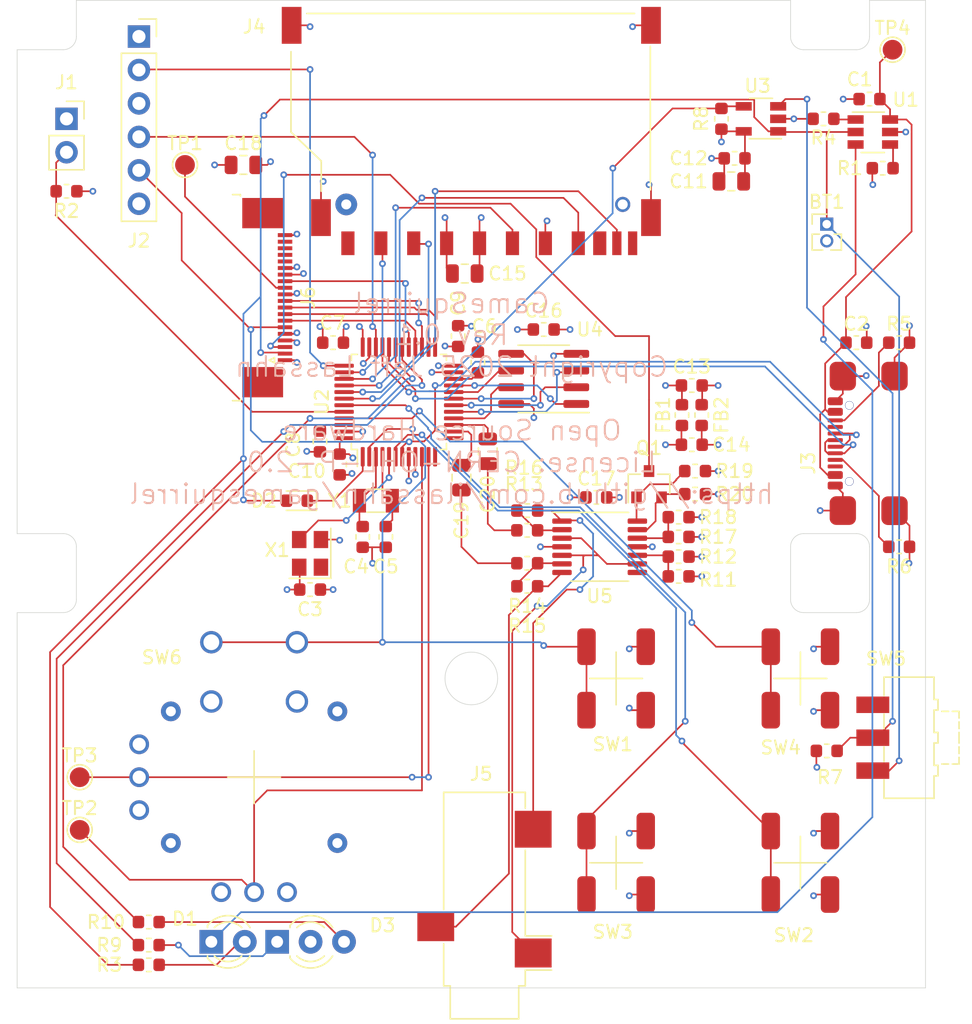
<source format=kicad_pcb>
(kicad_pcb (version 20171130) (host pcbnew "(5.1.6-0-10_14)")
  (title_block (title "GameSquirrel Main Circuit Board") (company "Miacid Software") (comment 1 "SPDX-License-Identifier: CERN-OHL-P-2.0") (comment 2 "Copyright 2025 Jeff Lassahn"))
  (layers (0 F.Cu signal) (1 In1.Cu signal) (2 In2.Cu signal) (31 B.Cu signal) (34 B.Paste user) (35 F.Paste user) (36 B.SilkS user) (37 F.SilkS user) (38 B.Mask user) (39 F.Mask user) (44 Edge.Cuts user))
  (net 0 "")
  (net 1 GND)
  (net 2 +BATT)
  (net 3 +5V)
  (net 4 +3V3)
  (net 5 "Net-(C4-Pad1)")
  (net 6 "Net-(C5-Pad1)")
  (net 7 "Net-(C6-Pad1)")
  (net 8 "Net-(C8-Pad1)")
  (net 9 GNDA)
  (net 10 +3.3VA)
  (net 11 "Net-(C19-Pad2)")
  (net 12 "Net-(C19-Pad1)")
  (net 13 "Net-(C20-Pad2)")
  (net 14 "Net-(C20-Pad1)")
  (net 15 "Net-(D1-Pad2)")
  (net 16 "Net-(D1-Pad1)")
  (net 17 "Net-(D2-Pad1)")
  (net 18 "Net-(D3-Pad3)")
  (net 19 "Net-(D3-Pad1)")
  (net 20 "Net-(J1-Pad2)")
  (net 21 "Net-(J2-Pad6)")
  (net 22 /RESET_N)
  (net 23 "Net-(J2-Pad4)")
  (net 24 "Net-(J2-Pad2)")
  (net 25 "Net-(J3-PadB5)")
  (net 26 "Net-(J3-PadA8)")
  (net 27 "Net-(J3-PadA6)")
  (net 28 "Net-(J3-PadA7)")
  (net 29 "Net-(J3-PadA5)")
  (net 30 "Net-(J3-PadB8)")
  (net 31 "Net-(J4-Pad11)")
  (net 32 "Net-(J4-Pad10)")
  (net 33 "Net-(J4-Pad8)")
  (net 34 "Net-(J4-Pad7)")
  (net 35 "Net-(J4-Pad5)")
  (net 36 "Net-(J4-Pad2)")
  (net 37 "Net-(J4-Pad1)")
  (net 38 "Net-(J4-Pad9)")
  (net 39 "Net-(J5-PadT)")
  (net 40 "Net-(J5-PadS)")
  (net 41 "Net-(J5-PadR)")
  (net 42 "Net-(J6-Pad19)")
  (net 43 "Net-(J6-Pad18)")
  (net 44 "Net-(J6-Pad17)")
  (net 45 "Net-(J6-Pad16)")
  (net 46 "Net-(J6-Pad13)")
  (net 47 "Net-(J6-Pad12)")
  (net 48 "Net-(J6-Pad10)")
  (net 49 "Net-(J6-Pad9)")
  (net 50 "Net-(J6-Pad8)")
  (net 51 "Net-(J6-Pad7)")
  (net 52 "Net-(J6-Pad3)")
  (net 53 "Net-(Q1-Pad2)")
  (net 54 "Net-(Q1-Pad1)")
  (net 55 "Net-(R1-Pad1)")
  (net 56 "Net-(R4-Pad1)")
  (net 57 "Net-(R7-Pad1)")
  (net 58 "Net-(R9-Pad1)")
  (net 59 "Net-(R10-Pad1)")
  (net 60 "Net-(R11-Pad2)")
  (net 61 "Net-(R13-Pad2)")
  (net 62 "Net-(R14-Pad2)")
  (net 63 "Net-(R17-Pad2)")
  (net 64 "Net-(SW1-Pad3)")
  (net 65 "Net-(SW2-Pad3)")
  (net 66 "Net-(SW3-Pad3)")
  (net 67 "Net-(SW4-Pad3)")
  (net 68 "Net-(SW5-Pad3)")
  (net 69 "Net-(SW6-PadY2)")
  (net 70 "Net-(SW6-PadX2)")
  (net 71 "Net-(U2-Pad21)")
  (net 72 "Net-(U2-Pad20)")
  (net 73 "Net-(U2-Pad19)")
  (net 74 "Net-(U2-Pad18)")
  (net 75 "Net-(U2-Pad17)")
  (net 76 "Net-(U2-Pad16)")
  (net 77 "Net-(U2-Pad13)")
  (net 78 "Net-(U2-Pad12)")
  (net 79 "Net-(U2-Pad5)")
  (net 80 "Net-(X1-Pad1)")
  (module main_pcb:THB001P (layer F.Cu) (at 68.5 109.5 180)
    (fp_text reference SW6 (at 7 9.1) (layer F.SilkS))
    (fp_text value THB001P)
    (pad D thru_hole circle (at 3.25 10.25 180) (size 1.7 1.7) (drill 1.2) (layers *.Cu *.Mask) (net 64 "Net-(SW1-Pad3)"))
    (pad C thru_hole circle (at -3.25 10.25 180) (size 1.7 1.7) (drill 1.2) (layers *.Cu *.Mask) (net 64 "Net-(SW1-Pad3)"))
    (pad B thru_hole circle (at 3.25 5.75 180) (size 1.7 1.7) (drill 1.2) (layers *.Cu *.Mask) (net 4 +3V3))
    (pad A thru_hole circle (at -3.25 5.75 180) (size 1.7 1.7) (drill 1.2) (layers *.Cu *.Mask) (net 4 +3V3))
    (pad Y3 thru_hole circle (at 8.73 -2.5 180) (size 1.5 1.5) (drill 1) (layers *.Cu *.Mask) (net 1 GND))
    (pad Y2 thru_hole circle (at 8.73 0 180) (size 1.5 1.5) (drill 1) (layers *.Cu *.Mask) (net 69 "Net-(SW6-PadY2)"))
    (pad Y1 thru_hole circle (at 8.73 2.5 180) (size 1.5 1.5) (drill 1) (layers *.Cu *.Mask) (net 4 +3V3))
    (pad X3 thru_hole circle (at -2.5 -8.73 180) (size 1.5 1.5) (drill 1) (layers *.Cu *.Mask) (net 4 +3V3))
    (pad X2 thru_hole circle (at 0 -8.73 180) (size 1.5 1.5) (drill 1) (layers *.Cu *.Mask) (net 70 "Net-(SW6-PadX2)"))
    (pad X1 thru_hole circle (at 2.5 -8.73 180) (size 1.5 1.5) (drill 1) (layers *.Cu *.Mask) (net 1 GND))
    (pad "" np_thru_hole circle (at 6.325 5 180) (size 1.5 1.5) (drill 0.762) (layers *.Cu *.Mask))
    (pad "" np_thru_hole circle (at 6.325 -5 180) (size 1.5 1.5) (drill 0.762) (layers *.Cu *.Mask))
    (pad "" np_thru_hole circle (at -6.325 -5 180) (size 1.5 1.5) (drill 0.762) (layers *.Cu *.Mask))
    (pad "" np_thru_hole circle (at -6.325 5 180) (size 1.5 1.5) (drill 0.762) (layers *.Cu *.Mask))
  )
  (module Crystal:Crystal_SMD_3215-2Pin_3.2x1.5mm (layer F.Cu) (at 77.75 88.5 180)
    (fp_text reference Y1 (at 2.75 0) (layer F.SilkS))
    (fp_text value CM315D32768HZFT)
    (pad 2 smd rect (at -1.25 0 180) (size 1 1.8) (layers F.Cu F.Paste F.Mask) (net 6 "Net-(C5-Pad1)"))
    (pad 1 smd rect (at 1.25 0 180) (size 1 1.8) (layers F.Cu F.Paste F.Mask) (net 5 "Net-(C4-Pad1)"))
  )
  (module Oscillator:Oscillator_SMD_Abracon_ASE-4Pin_3.2x2.5mm (layer F.Cu) (at 72.75 92.5 90)
    (fp_text reference X1 (at 0.25 -2.5 180) (layer F.SilkS))
    (fp_text value ASE-16.000MHZ)
    (pad 4 smd rect (at -1.05 -0.825 90) (size 1.3 1.1) (layers F.Cu F.Paste F.Mask) (net 4 +3V3))
    (pad 3 smd rect (at 1.05 -0.825 90) (size 1.3 1.1) (layers F.Cu F.Paste F.Mask) (net 79 "Net-(U2-Pad5)"))
    (pad 2 smd rect (at 1.05 0.825 90) (size 1.3 1.1) (layers F.Cu F.Paste F.Mask) (net 1 GND))
    (pad 1 smd rect (at -1.05 0.825 90) (size 1.3 1.1) (layers F.Cu F.Paste F.Mask) (net 80 "Net-(X1-Pad1)"))
  )
  (module Package_SO:TSSOP-14_4.4x5mm_P0.65mm (layer F.Cu) (at 94.75 92)
    (fp_text reference U5 (at 0 3.75) (layer F.SilkS))
    (fp_text value MCP6009T-E/ST)
    (pad 14 smd roundrect (at 2.8625 -1.95) (size 1.475 0.4) (layers F.Cu F.Paste F.Mask) (net 54 "Net-(Q1-Pad1)"))
    (pad 13 smd roundrect (at 2.8625 -1.3) (size 1.475 0.4) (layers F.Cu F.Paste F.Mask) (net 53 "Net-(Q1-Pad2)"))
    (pad 12 smd roundrect (at 2.8625 -0.65) (size 1.475 0.4) (layers F.Cu F.Paste F.Mask) (net 63 "Net-(R17-Pad2)"))
    (pad 11 smd roundrect (at 2.8625 0) (size 1.475 0.4) (layers F.Cu F.Paste F.Mask) (net 9 GNDA))
    (pad 10 smd roundrect (at 2.8625 0.65) (size 1.475 0.4) (layers F.Cu F.Paste F.Mask) (net 60 "Net-(R11-Pad2)"))
    (pad 9 smd roundrect (at 2.8625 1.3) (size 1.475 0.4) (layers F.Cu F.Paste F.Mask) (net 40 "Net-(J5-PadS)"))
    (pad 8 smd roundrect (at 2.8625 1.95) (size 1.475 0.4) (layers F.Cu F.Paste F.Mask) (net 40 "Net-(J5-PadS)"))
    (pad 7 smd roundrect (at -2.8625 1.95) (size 1.475 0.4) (layers F.Cu F.Paste F.Mask) (net 41 "Net-(J5-PadR)"))
    (pad 6 smd roundrect (at -2.8625 1.3) (size 1.475 0.4) (layers F.Cu F.Paste F.Mask) (net 62 "Net-(R14-Pad2)"))
    (pad 5 smd roundrect (at -2.8625 0.65) (size 1.475 0.4) (layers F.Cu F.Paste F.Mask) (net 40 "Net-(J5-PadS)"))
    (pad 4 smd roundrect (at -2.8625 0) (size 1.475 0.4) (layers F.Cu F.Paste F.Mask) (net 10 +3.3VA))
    (pad 3 smd roundrect (at -2.8625 -0.65) (size 1.475 0.4) (layers F.Cu F.Paste F.Mask) (net 40 "Net-(J5-PadS)"))
    (pad 2 smd roundrect (at -2.8625 -1.3) (size 1.475 0.4) (layers F.Cu F.Paste F.Mask) (net 61 "Net-(R13-Pad2)"))
    (pad 1 smd roundrect (at -2.8625 -1.95) (size 1.475 0.4) (layers F.Cu F.Paste F.Mask) (net 39 "Net-(J5-PadT)"))
  )
  (module Package_SO:SOIC-8_3.9x4.9mm_P1.27mm (layer F.Cu) (at 90.5 79.25 180)
    (fp_text reference U4 (at -3.5 3.75) (layer F.SilkS))
    (fp_text value " IS67WVS4M8BLL-104NLA1")
    (pad 8 smd roundrect (at 2.475 -1.905 180) (size 1.95 0.6) (layers F.Cu F.Paste F.Mask) (net 4 +3V3))
    (pad 7 smd roundrect (at 2.475 -0.635 180) (size 1.95 0.6) (layers F.Cu F.Paste F.Mask) (net 76 "Net-(U2-Pad16)"))
    (pad 6 smd roundrect (at 2.475 0.635 180) (size 1.95 0.6) (layers F.Cu F.Paste F.Mask) (net 72 "Net-(U2-Pad20)"))
    (pad 5 smd roundrect (at 2.475 1.905 180) (size 1.95 0.6) (layers F.Cu F.Paste F.Mask) (net 73 "Net-(U2-Pad19)"))
    (pad 4 smd roundrect (at -2.475 1.905 180) (size 1.95 0.6) (layers F.Cu F.Paste F.Mask) (net 1 GND))
    (pad 3 smd roundrect (at -2.475 0.635 180) (size 1.95 0.6) (layers F.Cu F.Paste F.Mask) (net 75 "Net-(U2-Pad17)"))
    (pad 2 smd roundrect (at -2.475 -0.635 180) (size 1.95 0.6) (layers F.Cu F.Paste F.Mask) (net 74 "Net-(U2-Pad18)"))
    (pad 1 smd roundrect (at -2.475 -1.905 180) (size 1.95 0.6) (layers F.Cu F.Paste F.Mask) (net 71 "Net-(U2-Pad21)"))
  )
  (module Package_TO_SOT_SMD:TSOT-23-5 (layer F.Cu) (at 107 59.5 180)
    (fp_text reference U3 (at 0.25 2.5) (layer F.SilkS))
    (fp_text value MCP1824T-3302E/OT)
    (pad 5 smd rect (at 1.31 -0.95 180) (size 1.22 0.65) (layers F.Cu F.Paste F.Mask) (net 4 +3V3))
    (pad 4 smd rect (at 1.31 0.95 180) (size 1.22 0.65) (layers F.Cu F.Paste F.Mask) (net 22 /RESET_N))
    (pad 3 smd rect (at -1.31 0.95 180) (size 1.22 0.65) (layers F.Cu F.Paste F.Mask) (net 57 "Net-(R7-Pad1)"))
    (pad 2 smd rect (at -1.31 0 180) (size 1.22 0.65) (layers F.Cu F.Paste F.Mask) (net 1 GND))
    (pad 1 smd rect (at -1.31 -0.95 180) (size 1.22 0.65) (layers F.Cu F.Paste F.Mask) (net 2 +BATT))
  )
  (module Package_QFP:LQFP-48_7x7mm_P0.5mm (layer F.Cu) (at 79.5 81 90)
    (fp_text reference U2 (at 0 -5.85 90) (layer F.SilkS))
    (fp_text value STM32H523CET)
    (pad 48 smd roundrect (at -2.75 -4.1625 90) (size 0.3 1.475) (layers F.Cu F.Paste F.Mask) (net 4 +3V3))
    (pad 47 smd roundrect (at -2.25 -4.1625 90) (size 0.3 1.475) (layers F.Cu F.Paste F.Mask) (net 1 GND))
    (pad 46 smd roundrect (at -1.75 -4.1625 90) (size 0.3 1.475) (layers F.Cu F.Paste F.Mask) (net 8 "Net-(C8-Pad1)"))
    (pad 45 smd roundrect (at -1.25 -4.1625 90) (size 0.3 1.475) (layers F.Cu F.Paste F.Mask) (net 67 "Net-(SW4-Pad3)"))
    (pad 44 smd roundrect (at -0.75 -4.1625 90) (size 0.3 1.475) (layers F.Cu F.Paste F.Mask) (net 20 "Net-(J1-Pad2)"))
    (pad 43 smd roundrect (at -0.25 -4.1625 90) (size 0.3 1.475) (layers F.Cu F.Paste F.Mask) (net 66 "Net-(SW3-Pad3)"))
    (pad 42 smd roundrect (at 0.25 -4.1625 90) (size 0.3 1.475) (layers F.Cu F.Paste F.Mask) (net 32 "Net-(J4-Pad10)"))
    (pad 41 smd roundrect (at 0.75 -4.1625 90) (size 0.3 1.475) (layers F.Cu F.Paste F.Mask) (net 36 "Net-(J4-Pad2)"))
    (pad 40 smd roundrect (at 1.25 -4.1625 90) (size 0.3 1.475) (layers F.Cu F.Paste F.Mask) (net 34 "Net-(J4-Pad7)"))
    (pad 39 smd roundrect (at 1.75 -4.1625 90) (size 0.3 1.475) (layers F.Cu F.Paste F.Mask) (net 35 "Net-(J4-Pad5)"))
    (pad 38 smd roundrect (at 2.25 -4.1625 90) (size 0.3 1.475) (layers F.Cu F.Paste F.Mask) (net 37 "Net-(J4-Pad1)"))
    (pad 37 smd roundrect (at 2.75 -4.1625 90) (size 0.3 1.475) (layers F.Cu F.Paste F.Mask) (net 24 "Net-(J2-Pad2)"))
    (pad 36 smd roundrect (at 4.1625 -2.75 90) (size 1.475 0.3) (layers F.Cu F.Paste F.Mask) (net 4 +3V3))
    (pad 35 smd roundrect (at 4.1625 -2.25 90) (size 1.475 0.3) (layers F.Cu F.Paste F.Mask) (net 1 GND))
    (pad 34 smd roundrect (at 4.1625 -1.75 90) (size 1.475 0.3) (layers F.Cu F.Paste F.Mask) (net 23 "Net-(J2-Pad4)"))
    (pad 33 smd roundrect (at 4.1625 -1.25 90) (size 1.475 0.3) (layers F.Cu F.Paste F.Mask) (net 27 "Net-(J3-PadA6)"))
    (pad 32 smd roundrect (at 4.1625 -0.75 90) (size 1.475 0.3) (layers F.Cu F.Paste F.Mask) (net 28 "Net-(J3-PadA7)"))
    (pad 31 smd roundrect (at 4.1625 -0.25 90) (size 1.475 0.3) (layers F.Cu F.Paste F.Mask) (net 59 "Net-(R10-Pad1)"))
    (pad 30 smd roundrect (at 4.1625 0.25 90) (size 1.475 0.3) (layers F.Cu F.Paste F.Mask) (net 58 "Net-(R9-Pad1)"))
    (pad 29 smd roundrect (at 4.1625 0.75 90) (size 1.475 0.3) (layers F.Cu F.Paste F.Mask) (net 46 "Net-(J6-Pad13)"))
    (pad 28 smd roundrect (at 4.1625 1.25 90) (size 1.475 0.3) (layers F.Cu F.Paste F.Mask) (net 51 "Net-(J6-Pad7)"))
    (pad 27 smd roundrect (at 4.1625 1.75 90) (size 1.475 0.3) (layers F.Cu F.Paste F.Mask) (net 48 "Net-(J6-Pad10)"))
    (pad 26 smd roundrect (at 4.1625 2.25 90) (size 1.475 0.3) (layers F.Cu F.Paste F.Mask) (net 50 "Net-(J6-Pad8)"))
    (pad 25 smd roundrect (at 4.1625 2.75 90) (size 1.475 0.3) (layers F.Cu F.Paste F.Mask) (net 49 "Net-(J6-Pad9)"))
    (pad 24 smd roundrect (at 2.75 4.1625 90) (size 0.3 1.475) (layers F.Cu F.Paste F.Mask) (net 4 +3V3))
    (pad 23 smd roundrect (at 2.25 4.1625 90) (size 0.3 1.475) (layers F.Cu F.Paste F.Mask) (net 1 GND))
    (pad 22 smd roundrect (at 1.75 4.1625 90) (size 0.3 1.475) (layers F.Cu F.Paste F.Mask) (net 7 "Net-(C6-Pad1)"))
    (pad 21 smd roundrect (at 1.25 4.1625 90) (size 0.3 1.475) (layers F.Cu F.Paste F.Mask) (net 71 "Net-(U2-Pad21)"))
    (pad 20 smd roundrect (at 0.75 4.1625 90) (size 0.3 1.475) (layers F.Cu F.Paste F.Mask) (net 72 "Net-(U2-Pad20)"))
    (pad 19 smd roundrect (at 0.25 4.1625 90) (size 0.3 1.475) (layers F.Cu F.Paste F.Mask) (net 73 "Net-(U2-Pad19)"))
    (pad 18 smd roundrect (at -0.25 4.1625 90) (size 0.3 1.475) (layers F.Cu F.Paste F.Mask) (net 74 "Net-(U2-Pad18)"))
    (pad 17 smd roundrect (at -0.75 4.1625 90) (size 0.3 1.475) (layers F.Cu F.Paste F.Mask) (net 75 "Net-(U2-Pad17)"))
    (pad 16 smd roundrect (at -1.25 4.1625 90) (size 0.3 1.475) (layers F.Cu F.Paste F.Mask) (net 76 "Net-(U2-Pad16)"))
    (pad 15 smd roundrect (at -1.75 4.1625 90) (size 0.3 1.475) (layers F.Cu F.Paste F.Mask) (net 14 "Net-(C20-Pad1)"))
    (pad 14 smd roundrect (at -2.25 4.1625 90) (size 0.3 1.475) (layers F.Cu F.Paste F.Mask) (net 12 "Net-(C19-Pad1)"))
    (pad 13 smd roundrect (at -2.75 4.1625 90) (size 0.3 1.475) (layers F.Cu F.Paste F.Mask) (net 77 "Net-(U2-Pad13)"))
    (pad 12 smd roundrect (at -4.1625 2.75 90) (size 1.475 0.3) (layers F.Cu F.Paste F.Mask) (net 78 "Net-(U2-Pad12)"))
    (pad 11 smd roundrect (at -4.1625 2.25 90) (size 1.475 0.3) (layers F.Cu F.Paste F.Mask) (net 69 "Net-(SW6-PadY2)"))
    (pad 10 smd roundrect (at -4.1625 1.75 90) (size 1.475 0.3) (layers F.Cu F.Paste F.Mask) (net 70 "Net-(SW6-PadX2)"))
    (pad 9 smd roundrect (at -4.1625 1.25 90) (size 1.475 0.3) (layers F.Cu F.Paste F.Mask) (net 10 +3.3VA))
    (pad 8 smd roundrect (at -4.1625 0.75 90) (size 1.475 0.3) (layers F.Cu F.Paste F.Mask) (net 9 GNDA))
    (pad 7 smd roundrect (at -4.1625 0.25 90) (size 1.475 0.3) (layers F.Cu F.Paste F.Mask) (net 22 /RESET_N))
    (pad 6 smd roundrect (at -4.1625 -0.25 90) (size 1.475 0.3) (layers F.Cu F.Paste F.Mask) (net 65 "Net-(SW2-Pad3)"))
    (pad 5 smd roundrect (at -4.1625 -0.75 90) (size 1.475 0.3) (layers F.Cu F.Paste F.Mask) (net 79 "Net-(U2-Pad5)"))
    (pad 4 smd roundrect (at -4.1625 -1.25 90) (size 1.475 0.3) (layers F.Cu F.Paste F.Mask) (net 6 "Net-(C5-Pad1)"))
    (pad 3 smd roundrect (at -4.1625 -1.75 90) (size 1.475 0.3) (layers F.Cu F.Paste F.Mask) (net 5 "Net-(C4-Pad1)"))
    (pad 2 smd roundrect (at -4.1625 -2.25 90) (size 1.475 0.3) (layers F.Cu F.Paste F.Mask) (net 64 "Net-(SW1-Pad3)"))
    (pad 1 smd roundrect (at -4.1625 -2.75 90) (size 1.475 0.3) (layers F.Cu F.Paste F.Mask) (net 17 "Net-(D2-Pad1)"))
  )
  (module Package_TO_SOT_SMD:TSOT-23-6 (layer F.Cu) (at 115.5 60.5)
    (fp_text reference U1 (at 2.5 -2.45) (layer F.SilkS))
    (fp_text value BQ21040)
    (pad 6 smd rect (at 1.31 -0.95) (size 1.22 0.65) (layers F.Cu F.Paste F.Mask) (net 3 +5V))
    (pad 5 smd rect (at 1.31 0) (size 1.22 0.65) (layers F.Cu F.Paste F.Mask) (net 1 GND))
    (pad 4 smd rect (at 1.31 0.95) (size 1.22 0.65) (layers F.Cu F.Paste F.Mask) (net 55 "Net-(R1-Pad1)"))
    (pad 3 smd rect (at -1.31 0.95) (size 1.22 0.65) (layers F.Cu F.Paste F.Mask) (net 16 "Net-(D1-Pad1)"))
    (pad 2 smd rect (at -1.31 0) (size 1.22 0.65) (layers F.Cu F.Paste F.Mask) (net 2 +BATT))
    (pad 1 smd rect (at -1.31 -0.95) (size 1.22 0.65) (layers F.Cu F.Paste F.Mask) (net 56 "Net-(R4-Pad1)"))
  )
  (module TestPoint:TestPoint_Pad_D1.5mm (layer F.Cu) (at 117 54.25)
    (fp_text reference TP4 (at 0 -1.648) (layer F.SilkS))
    (fp_text value TestPoint_Small)
    (pad 1 smd circle (at 0 0) (size 1.5 1.5) (layers F.Cu F.Mask) (net 3 +5V))
  )
  (module TestPoint:TestPoint_Pad_D1.5mm (layer F.Cu) (at 55.25 109.5)
    (fp_text reference TP3 (at 0 -1.648) (layer F.SilkS))
    (fp_text value TestPoint_Small)
    (pad 1 smd circle (at 0 0) (size 1.5 1.5) (layers F.Cu F.Mask) (net 69 "Net-(SW6-PadY2)"))
  )
  (module TestPoint:TestPoint_Pad_D1.5mm (layer F.Cu) (at 55.25 113.5)
    (fp_text reference TP2 (at 0 -1.648) (layer F.SilkS))
    (fp_text value TestPoint_Small)
    (pad 1 smd circle (at 0 0) (size 1.5 1.5) (layers F.Cu F.Mask) (net 70 "Net-(SW6-PadX2)"))
  )
  (module TestPoint:TestPoint_Pad_D1.5mm (layer F.Cu) (at 63.25 63)
    (fp_text reference TP1 (at 0 -1.648) (layer F.SilkS))
    (fp_text value TestPoint_Small)
    (pad 1 smd circle (at 0 0) (size 1.5 1.5) (layers F.Cu F.Mask) (net 47 "Net-(J6-Pad12)"))
  )
  (module Button_Switch_SMD:SW_SPDT_CK-JS102011SAQN (layer F.Cu) (at 118.25 106.5 90)
    (fp_text reference SW5 (at 6 -1.75) (layer F.SilkS))
    (fp_text value CK-JS102011SAQN)
    (pad "" np_thru_hole circle (at 3.4 0 90) (size 0.9 0.9) (drill 0.9) (layers *.Cu *.Mask))
    (pad "" np_thru_hole circle (at -3.4 0 90) (size 0.9 0.9) (drill 0.9) (layers *.Cu *.Mask))
    (pad 3 smd rect (at 2.5 -2.75 90) (size 1.25 2.5) (layers F.Cu F.Paste F.Mask) (net 68 "Net-(SW5-Pad3)"))
    (pad 2 smd rect (at 0 -2.75 90) (size 1.25 2.5) (layers F.Cu F.Paste F.Mask) (net 57 "Net-(R7-Pad1)"))
    (pad 1 smd rect (at -2.5 -2.75 90) (size 1.25 2.5) (layers F.Cu F.Paste F.Mask) (net 2 +BATT))
  )
  (module main_pcb:LL3301-J (layer F.Cu) (at 110 102 90)
    (fp_text reference SW4 (at -5.25 -1.5) (layer F.SilkS))
    (fp_text value LL3301BF065QJ)
    (pad 4 smd roundrect (at 2.41 -2.25 90) (size 2.78 1.4) (layers F.Cu F.Paste F.Mask) (net 67 "Net-(SW4-Pad3)"))
    (pad 3 smd roundrect (at -2.41 -2.25 90) (size 2.78 1.4) (layers F.Cu F.Paste F.Mask) (net 67 "Net-(SW4-Pad3)"))
    (pad 2 smd roundrect (at 2.41 2.25 90) (size 2.78 1.4) (layers F.Cu F.Paste F.Mask) (net 4 +3V3))
    (pad 1 smd roundrect (at -2.41 2.25 90) (size 2.78 1.4) (layers F.Cu F.Paste F.Mask) (net 4 +3V3))
  )
  (module main_pcb:LL3301-J (layer F.Cu) (at 96 116 90)
    (fp_text reference SW3 (at -5.25 -0.25) (layer F.SilkS))
    (fp_text value LL3301BF065QJ)
    (pad 4 smd roundrect (at 2.41 -2.25 90) (size 2.78 1.4) (layers F.Cu F.Paste F.Mask) (net 66 "Net-(SW3-Pad3)"))
    (pad 3 smd roundrect (at -2.41 -2.25 90) (size 2.78 1.4) (layers F.Cu F.Paste F.Mask) (net 66 "Net-(SW3-Pad3)"))
    (pad 2 smd roundrect (at 2.41 2.25 90) (size 2.78 1.4) (layers F.Cu F.Paste F.Mask) (net 4 +3V3))
    (pad 1 smd roundrect (at -2.41 2.25 90) (size 2.78 1.4) (layers F.Cu F.Paste F.Mask) (net 4 +3V3))
  )
  (module main_pcb:LL3301-J (layer F.Cu) (at 110 116 90)
    (fp_text reference SW2 (at -5.5 -0.5) (layer F.SilkS))
    (fp_text value LL3301BF065QJ)
    (pad 4 smd roundrect (at 2.41 -2.25 90) (size 2.78 1.4) (layers F.Cu F.Paste F.Mask) (net 65 "Net-(SW2-Pad3)"))
    (pad 3 smd roundrect (at -2.41 -2.25 90) (size 2.78 1.4) (layers F.Cu F.Paste F.Mask) (net 65 "Net-(SW2-Pad3)"))
    (pad 2 smd roundrect (at 2.41 2.25 90) (size 2.78 1.4) (layers F.Cu F.Paste F.Mask) (net 4 +3V3))
    (pad 1 smd roundrect (at -2.41 2.25 90) (size 2.78 1.4) (layers F.Cu F.Paste F.Mask) (net 4 +3V3))
  )
  (module main_pcb:LL3301-J (layer F.Cu) (at 96 102 90)
    (fp_text reference SW1 (at -5 -0.25) (layer F.SilkS))
    (fp_text value LL3301BF065QJ)
    (pad 4 smd roundrect (at 2.41 -2.25 90) (size 2.78 1.4) (layers F.Cu F.Paste F.Mask) (net 64 "Net-(SW1-Pad3)"))
    (pad 3 smd roundrect (at -2.41 -2.25 90) (size 2.78 1.4) (layers F.Cu F.Paste F.Mask) (net 64 "Net-(SW1-Pad3)"))
    (pad 2 smd roundrect (at 2.41 2.25 90) (size 2.78 1.4) (layers F.Cu F.Paste F.Mask) (net 4 +3V3))
    (pad 1 smd roundrect (at -2.41 2.25 90) (size 2.78 1.4) (layers F.Cu F.Paste F.Mask) (net 4 +3V3))
  )
  (module Resistor_SMD:R_0603_1608Metric (layer F.Cu) (at 102 88)
    (fp_text reference R20 (at 3 0) (layer F.SilkS))
    (fp_text value "1 Ohm 1%")
    (pad 2 smd roundrect (at 0.7875 0) (size 0.875 0.95) (layers F.Cu F.Paste F.Mask) (net 9 GNDA))
    (pad 1 smd roundrect (at -0.7875 0) (size 0.875 0.95) (layers F.Cu F.Paste F.Mask) (net 53 "Net-(Q1-Pad2)"))
  )
  (module Resistor_SMD:R_0603_1608Metric (layer F.Cu) (at 102 86.25)
    (fp_text reference R19 (at 3 0) (layer F.SilkS))
    (fp_text value 10K)
    (pad 2 smd roundrect (at 0.7875 0) (size 0.875 0.95) (layers F.Cu F.Paste F.Mask) (net 9 GNDA))
    (pad 1 smd roundrect (at -0.7875 0) (size 0.875 0.95) (layers F.Cu F.Paste F.Mask) (net 54 "Net-(Q1-Pad1)"))
  )
  (module Resistor_SMD:R_0603_1608Metric (layer F.Cu) (at 100.75 89.75)
    (fp_text reference R18 (at 3 0) (layer F.SilkS))
    (fp_text value "180 1%")
    (pad 2 smd roundrect (at 0.7875 0) (size 0.875 0.95) (layers F.Cu F.Paste F.Mask) (net 9 GNDA))
    (pad 1 smd roundrect (at -0.7875 0) (size 0.875 0.95) (layers F.Cu F.Paste F.Mask) (net 63 "Net-(R17-Pad2)"))
  )
  (module Resistor_SMD:R_0603_1608Metric (layer F.Cu) (at 100.75 91.25 180)
    (fp_text reference R17 (at -3 0) (layer F.SilkS))
    (fp_text value "10K 1%")
    (pad 2 smd roundrect (at 0.7875 0 180) (size 0.875 0.95) (layers F.Cu F.Paste F.Mask) (net 63 "Net-(R17-Pad2)"))
    (pad 1 smd roundrect (at -0.7875 0 180) (size 0.875 0.95) (layers F.Cu F.Paste F.Mask) (net 10 +3.3VA))
  )
  (module Resistor_SMD:R_0603_1608Metric (layer F.Cu) (at 89.25 89.25)
    (fp_text reference R16 (at -0.25 -3.25) (layer F.SilkS))
    (fp_text value "1K 1%")
    (pad 2 smd roundrect (at 0.7875 0) (size 0.875 0.95) (layers F.Cu F.Paste F.Mask) (net 39 "Net-(J5-PadT)"))
    (pad 1 smd roundrect (at -0.7875 0) (size 0.875 0.95) (layers F.Cu F.Paste F.Mask) (net 61 "Net-(R13-Pad2)"))
  )
  (module Resistor_SMD:R_0603_1608Metric (layer F.Cu) (at 89.25 95)
    (fp_text reference R15 (at 0 3) (layer F.SilkS))
    (fp_text value "1K 1%")
    (pad 2 smd roundrect (at 0.7875 0) (size 0.875 0.95) (layers F.Cu F.Paste F.Mask) (net 41 "Net-(J5-PadR)"))
    (pad 1 smd roundrect (at -0.7875 0) (size 0.875 0.95) (layers F.Cu F.Paste F.Mask) (net 62 "Net-(R14-Pad2)"))
  )
  (module Resistor_SMD:R_0603_1608Metric (layer F.Cu) (at 89.25 93.25)
    (fp_text reference R14 (at 0 3.25) (layer F.SilkS))
    (fp_text value "10K 1%")
    (pad 2 smd roundrect (at 0.7875 0) (size 0.875 0.95) (layers F.Cu F.Paste F.Mask) (net 62 "Net-(R14-Pad2)"))
    (pad 1 smd roundrect (at -0.7875 0) (size 0.875 0.95) (layers F.Cu F.Paste F.Mask) (net 11 "Net-(C19-Pad2)"))
  )
  (module Resistor_SMD:R_0603_1608Metric (layer F.Cu) (at 89.25 90.75)
    (fp_text reference R13 (at -0.25 -3.5) (layer F.SilkS))
    (fp_text value "10K 1%")
    (pad 2 smd roundrect (at 0.7875 0) (size 0.875 0.95) (layers F.Cu F.Paste F.Mask) (net 61 "Net-(R13-Pad2)"))
    (pad 1 smd roundrect (at -0.7875 0) (size 0.875 0.95) (layers F.Cu F.Paste F.Mask) (net 13 "Net-(C20-Pad2)"))
  )
  (module Resistor_SMD:R_0603_1608Metric (layer F.Cu) (at 100.75 92.75)
    (fp_text reference R12 (at 3 0) (layer F.SilkS))
    (fp_text value "10K 1%")
    (pad 2 smd roundrect (at 0.7875 0) (size 0.875 0.95) (layers F.Cu F.Paste F.Mask) (net 9 GNDA))
    (pad 1 smd roundrect (at -0.7875 0) (size 0.875 0.95) (layers F.Cu F.Paste F.Mask) (net 60 "Net-(R11-Pad2)"))
  )
  (module Resistor_SMD:R_0603_1608Metric (layer F.Cu) (at 100.75 94.25 180)
    (fp_text reference R11 (at -3 -0.25) (layer F.SilkS))
    (fp_text value "10K 1%")
    (pad 2 smd roundrect (at 0.7875 0 180) (size 0.875 0.95) (layers F.Cu F.Paste F.Mask) (net 60 "Net-(R11-Pad2)"))
    (pad 1 smd roundrect (at -0.7875 0 180) (size 0.875 0.95) (layers F.Cu F.Paste F.Mask) (net 10 +3.3VA))
  )
  (module Resistor_SMD:R_0603_1608Metric (layer F.Cu) (at 60.5 120.5)
    (fp_text reference R10 (at -3.25 0) (layer F.SilkS))
    (fp_text value 500)
    (pad 2 smd roundrect (at 0.7875 0) (size 0.875 0.95) (layers F.Cu F.Paste F.Mask) (net 18 "Net-(D3-Pad3)"))
    (pad 1 smd roundrect (at -0.7875 0) (size 0.875 0.95) (layers F.Cu F.Paste F.Mask) (net 59 "Net-(R10-Pad1)"))
  )
  (module Resistor_SMD:R_0603_1608Metric (layer F.Cu) (at 60.5 122.25)
    (fp_text reference R9 (at -3 0) (layer F.SilkS))
    (fp_text value 500)
    (pad 2 smd roundrect (at 0.7875 0) (size 0.875 0.95) (layers F.Cu F.Paste F.Mask) (net 19 "Net-(D3-Pad1)"))
    (pad 1 smd roundrect (at -0.7875 0) (size 0.875 0.95) (layers F.Cu F.Paste F.Mask) (net 58 "Net-(R9-Pad1)"))
  )
  (module Resistor_SMD:R_0603_1608Metric (layer F.Cu) (at 104 59.5 90)
    (fp_text reference R8 (at 0 -1.5375 90) (layer F.SilkS))
    (fp_text value 10K)
    (pad 2 smd roundrect (at 0.7875 0 90) (size 0.875 0.95) (layers F.Cu F.Paste F.Mask) (net 22 /RESET_N))
    (pad 1 smd roundrect (at -0.7875 0 90) (size 0.875 0.95) (layers F.Cu F.Paste F.Mask) (net 4 +3V3))
  )
  (module Resistor_SMD:R_0603_1608Metric (layer F.Cu) (at 112 107.5 180)
    (fp_text reference R7 (at -0.25 -2) (layer F.SilkS))
    (fp_text value 10K)
    (pad 2 smd roundrect (at 0.7875 0 180) (size 0.875 0.95) (layers F.Cu F.Paste F.Mask) (net 1 GND))
    (pad 1 smd roundrect (at -0.7875 0 180) (size 0.875 0.95) (layers F.Cu F.Paste F.Mask) (net 57 "Net-(R7-Pad1)"))
  )
  (module Resistor_SMD:R_0603_1608Metric (layer F.Cu) (at 117.5 92)
    (fp_text reference R6 (at 0 1.5) (layer F.SilkS))
    (fp_text value 5.1K)
    (pad 2 smd roundrect (at 0.7875 0) (size 0.875 0.95) (layers F.Cu F.Paste F.Mask) (net 1 GND))
    (pad 1 smd roundrect (at -0.7875 0) (size 0.875 0.95) (layers F.Cu F.Paste F.Mask) (net 29 "Net-(J3-PadA5)"))
  )
  (module Resistor_SMD:R_0603_1608Metric (layer F.Cu) (at 117.5 76.5)
    (fp_text reference R5 (at 0 -1.43) (layer F.SilkS))
    (fp_text value 5.1K)
    (pad 2 smd roundrect (at 0.7875 0) (size 0.875 0.95) (layers F.Cu F.Paste F.Mask) (net 1 GND))
    (pad 1 smd roundrect (at -0.7875 0) (size 0.875 0.95) (layers F.Cu F.Paste F.Mask) (net 25 "Net-(J3-PadB5)"))
  )
  (module Resistor_SMD:R_0603_1608Metric (layer F.Cu) (at 111.75 59.5 180)
    (fp_text reference R4 (at 0 -1.43) (layer F.SilkS))
    (fp_text value "10K 1%")
    (pad 2 smd roundrect (at 0.7875 0 180) (size 0.875 0.95) (layers F.Cu F.Paste F.Mask) (net 1 GND))
    (pad 1 smd roundrect (at -0.7875 0 180) (size 0.875 0.95) (layers F.Cu F.Paste F.Mask) (net 56 "Net-(R4-Pad1)"))
  )
  (module Resistor_SMD:R_0603_1608Metric (layer F.Cu) (at 60.5 123.75)
    (fp_text reference R3 (at -3 0) (layer F.SilkS))
    (fp_text value 500)
    (pad 2 smd roundrect (at 0.7875 0) (size 0.875 0.95) (layers F.Cu F.Paste F.Mask) (net 15 "Net-(D1-Pad2)"))
    (pad 1 smd roundrect (at -0.7875 0) (size 0.875 0.95) (layers F.Cu F.Paste F.Mask) (net 2 +BATT))
  )
  (module Resistor_SMD:R_0603_1608Metric (layer F.Cu) (at 54.25 65)
    (fp_text reference R2 (at 0 1.5) (layer F.SilkS))
    (fp_text value 10K)
    (pad 2 smd roundrect (at 0.7875 0) (size 0.875 0.95) (layers F.Cu F.Paste F.Mask) (net 1 GND))
    (pad 1 smd roundrect (at -0.7875 0) (size 0.875 0.95) (layers F.Cu F.Paste F.Mask) (net 20 "Net-(J1-Pad2)"))
  )
  (module Resistor_SMD:R_0603_1608Metric (layer F.Cu) (at 116.25 63.25 180)
    (fp_text reference R1 (at 2.5 0) (layer F.SilkS))
    (fp_text value "1K 1%")
    (pad 2 smd roundrect (at 0.7875 0 180) (size 0.875 0.95) (layers F.Cu F.Paste F.Mask) (net 1 GND))
    (pad 1 smd roundrect (at -0.7875 0 180) (size 0.875 0.95) (layers F.Cu F.Paste F.Mask) (net 55 "Net-(R1-Pad1)"))
  )
  (module Package_TO_SOT_SMD:SOT-23 (layer F.Cu) (at 98.5 87.25 90)
    (fp_text reference Q1 (at 2.75 0) (layer F.SilkS))
    (fp_text value SSM3K376R)
    (pad 3 smd rect (at 1 0 90) (size 0.9 0.8) (layers F.Cu F.Paste F.Mask) (net 52 "Net-(J6-Pad3)"))
    (pad 2 smd rect (at -1 0.95 90) (size 0.9 0.8) (layers F.Cu F.Paste F.Mask) (net 53 "Net-(Q1-Pad2)"))
    (pad 1 smd rect (at -1 -0.95 90) (size 0.9 0.8) (layers F.Cu F.Paste F.Mask) (net 54 "Net-(Q1-Pad1)"))
  )
  (module main_pcb:FPC_1x20_P0.5mm_top (layer F.Cu) (at 69.5 80.48 270)
    (fp_text reference J6 (at -7.4 -3.1 90) (layer F.SilkS))
    (fp_text value SFV20R-2ST)
    (pad MP smd rect (at -13.82 0.35 270) (size 2.3 3.1) (layers F.Cu F.Paste F.Mask))
    (pad MP smd rect (at -0.98 0.35 270) (size 2.3 3.1) (layers F.Cu F.Paste F.Mask))
    (pad 20 smd rect (at -12.15 -1.35 270) (size 0.3 1.1) (layers F.Cu F.Paste F.Mask) (net 1 GND))
    (pad 19 smd rect (at -11.65 -1.35 270) (size 0.3 1.1) (layers F.Cu F.Paste F.Mask) (net 42 "Net-(J6-Pad19)"))
    (pad 18 smd rect (at -11.15 -1.35 270) (size 0.3 1.1) (layers F.Cu F.Paste F.Mask) (net 43 "Net-(J6-Pad18)"))
    (pad 17 smd rect (at -10.65 -1.35 270) (size 0.3 1.1) (layers F.Cu F.Paste F.Mask) (net 44 "Net-(J6-Pad17)"))
    (pad 16 smd rect (at -10.15 -1.35 270) (size 0.3 1.1) (layers F.Cu F.Paste F.Mask) (net 45 "Net-(J6-Pad16)"))
    (pad 15 smd rect (at -9.65 -1.35 270) (size 0.3 1.1) (layers F.Cu F.Paste F.Mask) (net 1 GND))
    (pad 14 smd rect (at -9.15 -1.35 270) (size 0.3 1.1) (layers F.Cu F.Paste F.Mask) (net 4 +3V3))
    (pad 13 smd rect (at -8.65 -1.35 270) (size 0.3 1.1) (layers F.Cu F.Paste F.Mask) (net 46 "Net-(J6-Pad13)"))
    (pad 12 smd rect (at -8.15 -1.35 270) (size 0.3 1.1) (layers F.Cu F.Paste F.Mask) (net 47 "Net-(J6-Pad12)"))
    (pad 11 smd rect (at -7.65 -1.35 270) (size 0.3 1.1) (layers F.Cu F.Paste F.Mask) (net 1 GND))
    (pad 10 smd rect (at -7.15 -1.35 270) (size 0.3 1.1) (layers F.Cu F.Paste F.Mask) (net 48 "Net-(J6-Pad10)"))
    (pad 9 smd rect (at -6.65 -1.35 270) (size 0.3 1.1) (layers F.Cu F.Paste F.Mask) (net 49 "Net-(J6-Pad9)"))
    (pad 8 smd rect (at -6.15 -1.35 270) (size 0.3 1.1) (layers F.Cu F.Paste F.Mask) (net 50 "Net-(J6-Pad8)"))
    (pad 7 smd rect (at -5.65 -1.35 270) (size 0.3 1.1) (layers F.Cu F.Paste F.Mask) (net 51 "Net-(J6-Pad7)"))
    (pad 6 smd rect (at -5.15 -1.35 270) (size 0.3 1.1) (layers F.Cu F.Paste F.Mask) (net 22 /RESET_N))
    (pad 5 smd rect (at -4.65 -1.35 270) (size 0.3 1.1) (layers F.Cu F.Paste F.Mask) (net 4 +3V3))
    (pad 4 smd rect (at -4.15 -1.35 270) (size 0.3 1.1) (layers F.Cu F.Paste F.Mask) (net 1 GND))
    (pad 3 smd rect (at -3.65 -1.35 270) (size 0.3 1.1) (layers F.Cu F.Paste F.Mask) (net 52 "Net-(J6-Pad3)"))
    (pad 2 smd rect (at -3.15 -1.35 270) (size 0.3 1.1) (layers F.Cu F.Paste F.Mask) (net 2 +BATT))
    (pad 1 smd rect (at -2.65 -1.35 270) (size 0.3 1.1) (layers F.Cu F.Paste F.Mask) (net 1 GND))
  )
  (module Connector_Audio:Jack_3.5mm_CUI_SJ-3523-SMT_Horizontal (layer F.Cu) (at 86 119.25 180)
    (fp_text reference J5 (at 0.25 10) (layer F.SilkS))
    (fp_text value STX-3500-3NTR)
    (pad "" np_thru_hole circle (at 0 4.5 180) (size 1.7 1.7) (drill 1.7) (layers *.Cu *.Mask))
    (pad "" np_thru_hole circle (at 0 -2.5 180) (size 1.7 1.7) (drill 1.7) (layers *.Cu *.Mask))
    (pad T smd rect (at -3.7 5.8 180) (size 2.8 2.8) (layers F.Cu F.Paste F.Mask) (net 39 "Net-(J5-PadT)"))
    (pad S smd rect (at -3.7 -3.6 180) (size 2.8 2.2) (layers F.Cu F.Paste F.Mask) (net 40 "Net-(J5-PadS)"))
    (pad R smd rect (at 3.7 -1.6 180) (size 2.8 2.2) (layers F.Cu F.Paste F.Mask) (net 41 "Net-(J5-PadR)"))
  )
  (module main_pcb:SD-4-B (layer F.Cu) (at 85 66 180)
    (fp_text reference J4 (at 16.5 13.5) (layer F.SilkS))
    (fp_text value SD-4-B)
    (pad G smd rect (at 13.65 13.6 180) (size 1.5 2.8) (layers F.Cu F.Paste F.Mask) (net 1 GND))
    (pad G smd rect (at 11.42 -1 180) (size 1.5 2.8) (layers F.Cu F.Paste F.Mask) (net 1 GND))
    (pad G smd rect (at -13.65 13.6 180) (size 1.5 2.8) (layers F.Cu F.Paste F.Mask) (net 1 GND))
    (pad G smd rect (at -13.65 -1 180) (size 1.5 2.8) (layers F.Cu F.Paste F.Mask) (net 1 GND))
    (pad 11 smd rect (at -12.255 -2.95 180) (size 0.7 1.8) (layers F.Cu F.Paste F.Mask) (net 31 "Net-(J4-Pad11)"))
    (pad 10 smd rect (at -11.055 -2.95 180) (size 0.7 1.8) (layers F.Cu F.Paste F.Mask) (net 32 "Net-(J4-Pad10)"))
    (pad 8 smd rect (at -9.755 -2.95 180) (size 1 1.8) (layers F.Cu F.Paste F.Mask) (net 33 "Net-(J4-Pad8)"))
    (pad 7 smd rect (at -8.125 -2.95 180) (size 1 1.8) (layers F.Cu F.Paste F.Mask) (net 34 "Net-(J4-Pad7)"))
    (pad 6 smd rect (at -5.625 -2.95 180) (size 1 1.8) (layers F.Cu F.Paste F.Mask) (net 1 GND))
    (pad 5 smd rect (at -3.125 -2.95 180) (size 1 1.8) (layers F.Cu F.Paste F.Mask) (net 35 "Net-(J4-Pad5)"))
    (pad 4 smd rect (at -0.625 -2.95 180) (size 1 1.8) (layers F.Cu F.Paste F.Mask) (net 4 +3V3))
    (pad 3 smd rect (at 1.875 -2.95 180) (size 1 1.8) (layers F.Cu F.Paste F.Mask) (net 1 GND))
    (pad 2 smd rect (at 4.375 -2.95 180) (size 1 1.8) (layers F.Cu F.Paste F.Mask) (net 36 "Net-(J4-Pad2)"))
    (pad 1 smd rect (at 6.875 -2.95 180) (size 1 1.8) (layers F.Cu F.Paste F.Mask) (net 37 "Net-(J4-Pad1)"))
    (pad 9 smd rect (at 9.375 -2.95 180) (size 1 1.8) (layers F.Cu F.Paste F.Mask) (net 38 "Net-(J4-Pad9)"))
    (pad "" np_thru_hole circle (at 9.5 0 180) (size 1.65 1.65) (drill 0.762) (layers *.Cu *.Mask))
    (pad "" np_thru_hole circle (at -11.5 0 180) (size 1.15 1.15) (drill 0.762) (layers *.Cu *.Mask))
  )
  (module main_pcb:USB4110 (layer F.Cu) (at 120 84.15 90)
    (fp_text reference J3 (at -1.5 -9.4 90) (layer F.SilkS))
    (fp_text value USB4110)
    (pad "" np_thru_hole circle (at 2.89 -6.28 90) (size 0.65 0.65) (drill 0.6) (layers *.Cu *.Mask))
    (pad "" np_thru_hole circle (at -2.89 -6.28 90) (size 0.65 0.65) (drill 0.6) (layers *.Cu *.Mask))
    (pad S1 smd roundrect (at 5.11 -6.78 90) (size 2.18 2) (layers F.Cu F.Paste F.Mask) (net 1 GND))
    (pad S1 smd roundrect (at 5.11 -2.85 90) (size 2.18 2) (layers F.Cu F.Paste F.Mask) (net 1 GND))
    (pad S1 smd roundrect (at -5.1 -6.78 90) (size 2.18 2) (layers F.Cu F.Paste F.Mask) (net 1 GND))
    (pad S1 smd roundrect (at -5.11 -2.85 90) (size 2.18 2) (layers F.Cu F.Paste F.Mask) (net 1 GND))
    (pad B5 smd roundrect (at 1.75 -7.355 90) (size 0.3 1.15) (layers F.Cu F.Paste F.Mask) (net 25 "Net-(J3-PadB5)"))
    (pad A8 smd roundrect (at 1.25 -7.355 90) (size 0.3 1.15) (layers F.Cu F.Paste F.Mask) (net 26 "Net-(J3-PadA8)"))
    (pad B6 smd roundrect (at 0.75 -7.355 90) (size 0.3 1.15) (layers F.Cu F.Paste F.Mask) (net 27 "Net-(J3-PadA6)"))
    (pad A7 smd roundrect (at 0.25 -7.355 90) (size 0.3 1.15) (layers F.Cu F.Paste F.Mask) (net 28 "Net-(J3-PadA7)"))
    (pad A6 smd roundrect (at -0.25 -7.355 90) (size 0.3 1.15) (layers F.Cu F.Paste F.Mask) (net 27 "Net-(J3-PadA6)"))
    (pad B7 smd roundrect (at -0.75 -7.355 90) (size 0.3 1.15) (layers F.Cu F.Paste F.Mask) (net 28 "Net-(J3-PadA7)"))
    (pad A5 smd roundrect (at -1.25 -7.355 90) (size 0.3 1.15) (layers F.Cu F.Paste F.Mask) (net 29 "Net-(J3-PadA5)"))
    (pad B8 smd roundrect (at -1.75 -7.355 90) (size 0.3 1.15) (layers F.Cu F.Paste F.Mask) (net 30 "Net-(J3-PadB8)"))
    (pad A4 smd roundrect (at 2.4 -7.355 90) (size 0.6 1.15) (layers F.Cu F.Paste F.Mask) (net 3 +5V))
    (pad A1 smd roundrect (at 3.2 -7.355 90) (size 0.6 1.15) (layers F.Cu F.Paste F.Mask) (net 1 GND))
    (pad A4 smd roundrect (at -2.4 -7.355 90) (size 0.6 1.15) (layers F.Cu F.Paste F.Mask) (net 3 +5V))
    (pad A1 smd roundrect (at -3.2 -7.355 90) (size 0.6 1.15) (layers F.Cu F.Paste F.Mask) (net 1 GND))
  )
  (module Connector_PinSocket_2.54mm:PinSocket_1x06_P2.54mm_Vertical (layer F.Cu) (at 59.75 53.25)
    (fp_text reference J2 (at 0 15.5) (layer F.SilkS))
    (fp_text value Debug)
    (pad 6 thru_hole oval (at 0 12.7) (size 1.7 1.7) (drill 1) (layers *.Cu *.Mask) (net 21 "Net-(J2-Pad6)"))
    (pad 5 thru_hole oval (at 0 10.16) (size 1.7 1.7) (drill 1) (layers *.Cu *.Mask) (net 22 /RESET_N))
    (pad 4 thru_hole oval (at 0 7.62) (size 1.7 1.7) (drill 1) (layers *.Cu *.Mask) (net 23 "Net-(J2-Pad4)"))
    (pad 3 thru_hole oval (at 0 5.08) (size 1.7 1.7) (drill 1) (layers *.Cu *.Mask) (net 1 GND))
    (pad 2 thru_hole oval (at 0 2.54) (size 1.7 1.7) (drill 1) (layers *.Cu *.Mask) (net 24 "Net-(J2-Pad2)"))
    (pad 1 thru_hole rect (at 0 0) (size 1.7 1.7) (drill 1) (layers *.Cu *.Mask) (net 4 +3V3))
  )
  (module Connector_PinSocket_2.54mm:PinSocket_1x02_P2.54mm_Vertical (layer F.Cu) (at 54.25 59.5)
    (fp_text reference J1 (at 0 -2.77) (layer F.SilkS))
    (fp_text value Boot)
    (pad 2 thru_hole oval (at 0 2.54) (size 1.7 1.7) (drill 1) (layers *.Cu *.Mask) (net 20 "Net-(J1-Pad2)"))
    (pad 1 thru_hole rect (at 0 0) (size 1.7 1.7) (drill 1) (layers *.Cu *.Mask) (net 4 +3V3))
  )
  (module Resistor_SMD:R_0603_1608Metric (layer F.Cu) (at 102.5 82 90)
    (fp_text reference FB2 (at 0 1.5 90) (layer F.SilkS))
    (fp_text value BLM18RK121SN1D)
    (pad 2 smd roundrect (at 0.7875 0 90) (size 0.875 0.95) (layers F.Cu F.Paste F.Mask) (net 1 GND))
    (pad 1 smd roundrect (at -0.7875 0 90) (size 0.875 0.95) (layers F.Cu F.Paste F.Mask) (net 9 GNDA))
  )
  (module Resistor_SMD:R_0603_1608Metric (layer F.Cu) (at 101 82 90)
    (fp_text reference FB1 (at 0 -1.43 90) (layer F.SilkS))
    (fp_text value BLM18RK121SN1D)
    (pad 2 smd roundrect (at 0.7875 0 90) (size 0.875 0.95) (layers F.Cu F.Paste F.Mask) (net 4 +3V3))
    (pad 1 smd roundrect (at -0.7875 0 90) (size 0.875 0.95) (layers F.Cu F.Paste F.Mask) (net 10 +3.3VA))
  )
  (module LED_THT:LED_D3.0mm-3 (layer F.Cu) (at 70.25 122)
    (fp_text reference D3 (at 8 -1.25) (layer F.SilkS))
    (fp_text value LTL-1BEHJ)
    (pad 3 thru_hole circle (at 5.08 0) (size 1.8 1.8) (drill 0.9) (layers *.Cu *.Mask) (net 18 "Net-(D3-Pad3)"))
    (pad 2 thru_hole circle (at 2.54 0) (size 1.8 1.8) (drill 0.9) (layers *.Cu *.Mask) (net 1 GND))
    (pad 1 thru_hole rect (at 0 0) (size 1.8 1.8) (drill 0.9) (layers *.Cu *.Mask) (net 19 "Net-(D3-Pad1)"))
  )
  (module Diode_SMD:D_0603_1608Metric (layer F.Cu) (at 71.75 88.5 180)
    (fp_text reference D2 (at 2.5 0) (layer F.SilkS))
    (fp_text value TS4148)
    (pad 2 smd roundrect (at 0.7875 0 180) (size 0.875 0.95) (layers F.Cu F.Paste F.Mask) (net 2 +BATT))
    (pad 1 smd roundrect (at -0.7875 0 180) (size 0.875 0.95) (layers F.Cu F.Paste F.Mask) (net 17 "Net-(D2-Pad1)"))
  )
  (module LED_THT:LED_D3.0mm (layer F.Cu) (at 65.25 122)
    (fp_text reference D1 (at -2 -1.75) (layer F.SilkS))
    (fp_text value 151031SS06000)
    (pad 2 thru_hole circle (at 2.54 0) (size 1.8 1.8) (drill 0.9) (layers *.Cu *.Mask) (net 15 "Net-(D1-Pad2)"))
    (pad 1 thru_hole rect (at 0 0) (size 1.8 1.8) (drill 0.9) (layers *.Cu *.Mask) (net 16 "Net-(D1-Pad1)"))
  )
  (module Capacitor_SMD:C_0805_2012Metric (layer F.Cu) (at 86.25 84.75 270)
    (fp_text reference C20 (at 3.25 0 90) (layer F.SilkS))
    (fp_text value 10u)
    (pad 2 smd roundrect (at 0.9375 0 270) (size 0.975 1.4) (layers F.Cu F.Paste F.Mask) (net 13 "Net-(C20-Pad2)"))
    (pad 1 smd roundrect (at -0.9375 0 270) (size 0.975 1.4) (layers F.Cu F.Paste F.Mask) (net 14 "Net-(C20-Pad1)"))
  )
  (module Capacitor_SMD:C_0805_2012Metric (layer F.Cu) (at 84.25 86.75 270)
    (fp_text reference C19 (at 3.25 0 90) (layer F.SilkS))
    (fp_text value 10u)
    (pad 2 smd roundrect (at 0.9375 0 270) (size 0.975 1.4) (layers F.Cu F.Paste F.Mask) (net 11 "Net-(C19-Pad2)"))
    (pad 1 smd roundrect (at -0.9375 0 270) (size 0.975 1.4) (layers F.Cu F.Paste F.Mask) (net 12 "Net-(C19-Pad1)"))
  )
  (module Capacitor_SMD:C_0805_2012Metric (layer F.Cu) (at 67.6875 63)
    (fp_text reference C18 (at 0 -1.65) (layer F.SilkS))
    (fp_text value 10u)
    (pad 2 smd roundrect (at 0.9375 0) (size 0.975 1.4) (layers F.Cu F.Paste F.Mask) (net 1 GND))
    (pad 1 smd roundrect (at -0.9375 0) (size 0.975 1.4) (layers F.Cu F.Paste F.Mask) (net 4 +3V3))
  )
  (module Capacitor_SMD:C_0603_1608Metric (layer F.Cu) (at 94.5 88.25)
    (fp_text reference C17 (at 0 -1.43) (layer F.SilkS))
    (fp_text value 0.1u)
    (pad 2 smd roundrect (at 0.7875 0) (size 0.875 0.95) (layers F.Cu F.Paste F.Mask) (net 9 GNDA))
    (pad 1 smd roundrect (at -0.7875 0) (size 0.875 0.95) (layers F.Cu F.Paste F.Mask) (net 10 +3.3VA))
  )
  (module Capacitor_SMD:C_0603_1608Metric (layer F.Cu) (at 90.5 75.5)
    (fp_text reference C16 (at 0 -1.43) (layer F.SilkS))
    (fp_text value 0.1u)
    (pad 2 smd roundrect (at 0.7875 0) (size 0.875 0.95) (layers F.Cu F.Paste F.Mask) (net 1 GND))
    (pad 1 smd roundrect (at -0.7875 0) (size 0.875 0.95) (layers F.Cu F.Paste F.Mask) (net 4 +3V3))
  )
  (module Capacitor_SMD:C_0805_2012Metric (layer F.Cu) (at 84.5 71.25 180)
    (fp_text reference C15 (at -3.25 0) (layer F.SilkS))
    (fp_text value 10u)
    (pad 2 smd roundrect (at 0.9375 0 180) (size 0.975 1.4) (layers F.Cu F.Paste F.Mask) (net 1 GND))
    (pad 1 smd roundrect (at -0.9375 0 180) (size 0.975 1.4) (layers F.Cu F.Paste F.Mask) (net 4 +3V3))
  )
  (module Capacitor_SMD:C_0603_1608Metric (layer F.Cu) (at 101.75 84.25)
    (fp_text reference C14 (at 3 0) (layer F.SilkS))
    (fp_text value 0.1u)
    (pad 2 smd roundrect (at 0.7875 0) (size 0.875 0.95) (layers F.Cu F.Paste F.Mask) (net 9 GNDA))
    (pad 1 smd roundrect (at -0.7875 0) (size 0.875 0.95) (layers F.Cu F.Paste F.Mask) (net 10 +3.3VA))
  )
  (module Capacitor_SMD:C_0603_1608Metric (layer F.Cu) (at 101.75 79.75)
    (fp_text reference C13 (at 0 -1.43) (layer F.SilkS))
    (fp_text value 0.1u)
    (pad 2 smd roundrect (at 0.7875 0) (size 0.875 0.95) (layers F.Cu F.Paste F.Mask) (net 1 GND))
    (pad 1 smd roundrect (at -0.7875 0) (size 0.875 0.95) (layers F.Cu F.Paste F.Mask) (net 4 +3V3))
  )
  (module Capacitor_SMD:C_0603_1608Metric (layer F.Cu) (at 105 62.5 180)
    (fp_text reference C12 (at 3.5 0) (layer F.SilkS))
    (fp_text value 0.1u)
    (pad 2 smd roundrect (at 0.7875 0 180) (size 0.875 0.95) (layers F.Cu F.Paste F.Mask) (net 1 GND))
    (pad 1 smd roundrect (at -0.7875 0 180) (size 0.875 0.95) (layers F.Cu F.Paste F.Mask) (net 4 +3V3))
  )
  (module Capacitor_SMD:C_0805_2012Metric (layer F.Cu) (at 104.75 64.25 180)
    (fp_text reference C11 (at 3.25 0) (layer F.SilkS))
    (fp_text value 10u)
    (pad 2 smd roundrect (at 0.9375 0 180) (size 0.975 1.4) (layers F.Cu F.Paste F.Mask) (net 1 GND))
    (pad 1 smd roundrect (at -0.9375 0 180) (size 0.975 1.4) (layers F.Cu F.Paste F.Mask) (net 4 +3V3))
  )
  (module Capacitor_SMD:C_0603_1608Metric (layer F.Cu) (at 75 85.75 270)
    (fp_text reference C10 (at 0.5 2.5) (layer F.SilkS))
    (fp_text value 0.1u)
    (pad 2 smd roundrect (at 0.7875 0 270) (size 0.875 0.95) (layers F.Cu F.Paste F.Mask) (net 1 GND))
    (pad 1 smd roundrect (at -0.7875 0 270) (size 0.875 0.95) (layers F.Cu F.Paste F.Mask) (net 4 +3V3))
  )
  (module Capacitor_SMD:C_0603_1608Metric (layer F.Cu) (at 84 76 90)
    (fp_text reference C9 (at 2.5 0 90) (layer F.SilkS))
    (fp_text value 0.1u)
    (pad 2 smd roundrect (at 0.7875 0 90) (size 0.875 0.95) (layers F.Cu F.Paste F.Mask) (net 1 GND))
    (pad 1 smd roundrect (at -0.7875 0 90) (size 0.875 0.95) (layers F.Cu F.Paste F.Mask) (net 4 +3V3))
  )
  (module Capacitor_SMD:C_0603_1608Metric (layer F.Cu) (at 73.5 84 270)
    (fp_text reference C8 (at 0.25 2.0375 90) (layer F.SilkS))
    (fp_text value 2.2u)
    (pad 2 smd roundrect (at 0.7875 0 270) (size 0.875 0.95) (layers F.Cu F.Paste F.Mask) (net 1 GND))
    (pad 1 smd roundrect (at -0.7875 0 270) (size 0.875 0.95) (layers F.Cu F.Paste F.Mask) (net 8 "Net-(C8-Pad1)"))
  )
  (module Capacitor_SMD:C_0603_1608Metric (layer F.Cu) (at 74.5 76.5 180)
    (fp_text reference C7 (at 0.0375 1.5) (layer F.SilkS))
    (fp_text value 0.1u)
    (pad 2 smd roundrect (at 0.7875 0 180) (size 0.875 0.95) (layers F.Cu F.Paste F.Mask) (net 1 GND))
    (pad 1 smd roundrect (at -0.7875 0 180) (size 0.875 0.95) (layers F.Cu F.Paste F.Mask) (net 4 +3V3))
  )
  (module Capacitor_SMD:C_0603_1608Metric (layer F.Cu) (at 85.5 78 90)
    (fp_text reference C6 (at 2.75 0.5) (layer F.SilkS))
    (fp_text value 2.2u)
    (pad 2 smd roundrect (at 0.7875 0 90) (size 0.875 0.95) (layers F.Cu F.Paste F.Mask) (net 1 GND))
    (pad 1 smd roundrect (at -0.7875 0 90) (size 0.875 0.95) (layers F.Cu F.Paste F.Mask) (net 7 "Net-(C6-Pad1)"))
  )
  (module Capacitor_SMD:C_0603_1608Metric (layer F.Cu) (at 78.5 91.25 270)
    (fp_text reference C5 (at 2.25 0) (layer F.SilkS))
    (fp_text value 18pF)
    (pad 2 smd roundrect (at 0.7875 0 270) (size 0.875 0.95) (layers F.Cu F.Paste F.Mask) (net 1 GND))
    (pad 1 smd roundrect (at -0.7875 0 270) (size 0.875 0.95) (layers F.Cu F.Paste F.Mask) (net 6 "Net-(C5-Pad1)"))
  )
  (module Capacitor_SMD:C_0603_1608Metric (layer F.Cu) (at 76.75 91.25 270)
    (fp_text reference C4 (at 2.25 0.5) (layer F.SilkS))
    (fp_text value 18pF)
    (pad 2 smd roundrect (at 0.7875 0 270) (size 0.875 0.95) (layers F.Cu F.Paste F.Mask) (net 1 GND))
    (pad 1 smd roundrect (at -0.7875 0 270) (size 0.875 0.95) (layers F.Cu F.Paste F.Mask) (net 5 "Net-(C4-Pad1)"))
  )
  (module Capacitor_SMD:C_0603_1608Metric (layer F.Cu) (at 72.75 95.25)
    (fp_text reference C3 (at 0 1.5) (layer F.SilkS))
    (fp_text value 0.1u)
    (pad 2 smd roundrect (at 0.7875 0) (size 0.875 0.95) (layers F.Cu F.Paste F.Mask) (net 1 GND))
    (pad 1 smd roundrect (at -0.7875 0) (size 0.875 0.95) (layers F.Cu F.Paste F.Mask) (net 4 +3V3))
  )
  (module Capacitor_SMD:C_0603_1608Metric (layer F.Cu) (at 114.25 76.5)
    (fp_text reference C2 (at 0 -1.43) (layer F.SilkS))
    (fp_text value 0.1u)
    (pad 2 smd roundrect (at 0.7875 0) (size 0.875 0.95) (layers F.Cu F.Paste F.Mask) (net 1 GND))
    (pad 1 smd roundrect (at -0.7875 0) (size 0.875 0.95) (layers F.Cu F.Paste F.Mask) (net 3 +5V))
  )
  (module Capacitor_SMD:C_0603_1608Metric (layer F.Cu) (at 115.25 58 180)
    (fp_text reference C1 (at 0.75 1.5) (layer F.SilkS))
    (fp_text value 0.1u)
    (pad 2 smd roundrect (at 0.7875 0 180) (size 0.875 0.95) (layers F.Cu F.Paste F.Mask) (net 1 GND))
    (pad 1 smd roundrect (at -0.7875 0 180) (size 0.875 0.95) (layers F.Cu F.Paste F.Mask) (net 3 +5V))
  )
  (module Connector_PinHeader_1.27mm:PinHeader_1x02_P1.27mm_Vertical (layer F.Cu) (at 112 67.5)
    (fp_text reference BT1 (at 0 -1.695) (layer F.SilkS))
    (fp_text value 500mAH)
    (pad 2 thru_hole oval (at 0 1.27) (size 1 1) (drill 0.65) (layers *.Cu *.Mask) (net 1 GND))
    (pad 1 thru_hole rect (at 0 0) (size 1 1) (drill 0.65) (layers *.Cu *.Mask) (net 2 +BATT))
  )
  (gr_text "GameSquirrel\nRev 0.1\nCopyright 2025 Jeff Lassahn\n\nOpen Source Hardware\nLicense: CERN-OHL-P-2.0\nhttps://github.com/jlassahn/gamesquirrel\n" (at 83.5 80.75) (layer B.SilkS) (effects (font (size 1.5 1.5)) (justify mirror)))
  (gr_line (start 109.25 92) (end 109.25 96) (layer Edge.Cuts) (width 0.05))
  (gr_arc (start 110.25 92) (end 110.25 91) (angle -90) (layer Edge.Cuts) (width 0.05))
  (gr_line (start 110.25 97) (end 114.25 97) (layer Edge.Cuts) (width 0.05))
  (gr_line (start 115.25 96) (end 115.25 92) (layer Edge.Cuts) (width 0.05))
  (gr_arc (start 110.25 96) (end 109.25 96) (angle -90) (layer Edge.Cuts) (width 0.05))
  (gr_arc (start 114.25 96) (end 114.25 97) (angle -90) (layer Edge.Cuts) (width 0.05))
  (gr_arc (start 114.25 92) (end 115.25 92) (angle -90) (layer Edge.Cuts) (width 0.05))
  (gr_line (start 110.25 91) (end 114.25 91) (layer Edge.Cuts) (width 0.05))
  (gr_line (start 50.5 97) (end 50.5 125.5) (layer Edge.Cuts) (width 0.05))
  (gr_line (start 54 97) (end 50.5 97) (layer Edge.Cuts) (width 0.05))
  (gr_line (start 55 92) (end 55 96) (layer Edge.Cuts) (width 0.05))
  (gr_arc (start 54 96) (end 54 97) (angle -90) (layer Edge.Cuts) (width 0.05))
  (gr_arc (start 54 92) (end 55 92) (angle -90) (layer Edge.Cuts) (width 0.05))
  (gr_line (start 50.5 91) (end 54 91) (layer Edge.Cuts) (width 0.05))
  (gr_line (start 50.5 54.25) (end 54 54.25) (layer Edge.Cuts) (width 0.05))
  (gr_line (start 55 50.5) (end 55 53.25) (layer Edge.Cuts) (width 0.05))
  (gr_arc (start 54 53.25) (end 54 54.25) (angle -90) (layer Edge.Cuts) (width 0.05))
  (gr_arc (start 114.25 53.25) (end 114.25 54.25) (angle -90) (layer Edge.Cuts) (width 0.05))
  (gr_arc (start 110.25 53.25) (end 109.25 53.25) (angle -90) (layer Edge.Cuts) (width 0.05))
  (gr_line (start 110.25 54.25) (end 114.25 54.25) (layer Edge.Cuts) (width 0.05))
  (gr_line (start 109.25 50.5) (end 109.25 53.25) (layer Edge.Cuts) (width 0.05))
  (gr_line (start 115.25 50.5) (end 115.25 53.25) (layer Edge.Cuts) (width 0.05))
  (gr_line (start 119.5 50.5) (end 115.25 50.5) (layer Edge.Cuts) (width 0.05))
  (gr_circle (center 85 102) (end 85 104) (layer Edge.Cuts) (width 0.05))
  (gr_line (start 50.5 91) (end 50.5 54.25) (layer Edge.Cuts) (width 0.05))
  (gr_line (start 119.5 125.5) (end 50.5 125.5) (layer Edge.Cuts) (width 0.05))
  (gr_line (start 119.5 50.5) (end 119.5 125.5) (layer Edge.Cuts) (width 0.05))
  (gr_line (start 55 50.5) (end 109.25 50.5) (layer Edge.Cuts) (width 0.05))
  (segment (start 102.5375 81.175) (end 102.5 81.2125) (width 0.127) (layer F.Cu) (net 1))
  (segment (start 102.5375 79.75) (end 102.5375 81.175) (width 0.127) (layer F.Cu) (net 1))
  (via (at 103.75 79.75) (size 0.508) (drill 0.254) (layers F.Cu B.Cu) (net 1))
  (segment (start 102.5375 79.75) (end 103.75 79.75) (width 0.127) (layer F.Cu) (net 1))
  (via (at 71.75 68.25) (size 0.508) (drill 0.254) (layers F.Cu B.Cu) (net 1))
  (segment (start 71.67 68.33) (end 71.75 68.25) (width 0.127) (layer F.Cu) (net 1))
  (segment (start 70.85 68.33) (end 71.67 68.33) (width 0.127) (layer F.Cu) (net 1))
  (via (at 71.75 70.75) (size 0.508) (drill 0.254) (layers F.Cu B.Cu) (net 1))
  (segment (start 71.67 70.83) (end 71.75 70.75) (width 0.127) (layer F.Cu) (net 1))
  (segment (start 70.85 70.83) (end 71.67 70.83) (width 0.127) (layer F.Cu) (net 1))
  (via (at 71.75 72.75) (size 0.508) (drill 0.254) (layers F.Cu B.Cu) (net 1))
  (segment (start 71.67 72.83) (end 71.75 72.75) (width 0.127) (layer F.Cu) (net 1))
  (segment (start 70.85 72.83) (end 71.67 72.83) (width 0.127) (layer F.Cu) (net 1))
  (via (at 71.75 76.5) (size 0.508) (drill 0.254) (layers F.Cu B.Cu) (net 1))
  (segment (start 71.58 76.33) (end 71.75 76.5) (width 0.127) (layer F.Cu) (net 1))
  (segment (start 70.85 76.33) (end 71.58 76.33) (width 0.127) (layer F.Cu) (net 1))
  (via (at 71.75 78) (size 0.508) (drill 0.254) (layers F.Cu B.Cu) (net 1))
  (segment (start 71.58 77.83) (end 71.75 78) (width 0.127) (layer F.Cu) (net 1))
  (segment (start 70.85 77.83) (end 71.58 77.83) (width 0.127) (layer F.Cu) (net 1))
  (via (at 73.75 64.25) (size 0.508) (drill 0.254) (layers F.Cu B.Cu) (net 1))
  (segment (start 73.58 64.42) (end 73.75 64.25) (width 0.127) (layer F.Cu) (net 1))
  (segment (start 73.58 67) (end 73.58 64.42) (width 0.127) (layer F.Cu) (net 1))
  (via (at 72.75 52.5) (size 0.508) (drill 0.254) (layers F.Cu B.Cu) (net 1))
  (segment (start 72.65 52.4) (end 72.75 52.5) (width 0.127) (layer F.Cu) (net 1))
  (segment (start 71.35 52.4) (end 72.65 52.4) (width 0.127) (layer F.Cu) (net 1))
  (via (at 97.25 52.5) (size 0.508) (drill 0.254) (layers F.Cu B.Cu) (net 1))
  (segment (start 97.35 52.4) (end 97.25 52.5) (width 0.127) (layer F.Cu) (net 1))
  (segment (start 98.65 52.4) (end 97.35 52.4) (width 0.127) (layer F.Cu) (net 1))
  (via (at 98.5 64.5) (size 0.508) (drill 0.254) (layers F.Cu B.Cu) (net 1))
  (segment (start 98.65 64.65) (end 98.5 64.5) (width 0.127) (layer F.Cu) (net 1))
  (segment (start 98.65 67) (end 98.65 64.65) (width 0.127) (layer F.Cu) (net 1))
  (via (at 90.75 67.25) (size 0.508) (drill 0.254) (layers F.Cu B.Cu) (net 1))
  (segment (start 90.625 67.375) (end 90.75 67.25) (width 0.127) (layer F.Cu) (net 1))
  (segment (start 90.625 68.95) (end 90.625 67.375) (width 0.127) (layer F.Cu) (net 1))
  (segment (start 83.125 70.8125) (end 83.5625 71.25) (width 0.127) (layer F.Cu) (net 1))
  (segment (start 83.125 68.95) (end 83.125 70.8125) (width 0.127) (layer F.Cu) (net 1))
  (segment (start 83.125 68.95) (end 83.125 67.125) (width 0.127) (layer F.Cu) (net 1))
  (via (at 83 67) (size 0.508) (drill 0.254) (layers F.Cu B.Cu) (net 1))
  (segment (start 83.125 67.125) (end 83 67) (width 0.127) (layer F.Cu) (net 1))
  (via (at 73.5 75.2745) (size 0.508) (drill 0.254) (layers F.Cu B.Cu) (net 1))
  (segment (start 73.7125 75.487) (end 73.5 75.2745) (width 0.127) (layer F.Cu) (net 1))
  (segment (start 73.7125 76.5) (end 73.7125 75.487) (width 0.127) (layer F.Cu) (net 1))
  (via (at 91.25 77.5) (size 0.508) (drill 0.254) (layers F.Cu B.Cu) (net 1))
  (segment (start 91.405 77.345) (end 91.25 77.5) (width 0.127) (layer F.Cu) (net 1))
  (segment (start 92.975 77.345) (end 91.405 77.345) (width 0.127) (layer F.Cu) (net 1))
  (via (at 92.5 75.5) (size 0.508) (drill 0.254) (layers F.Cu B.Cu) (net 1))
  (segment (start 91.2875 75.5) (end 92.5 75.5) (width 0.127) (layer F.Cu) (net 1))
  (via (at 82 78.75) (size 0.508) (drill 0.254) (layers F.Cu B.Cu) (net 1))
  (segment (start 83.6625 78.75) (end 82 78.75) (width 0.127) (layer F.Cu) (net 1))
  (via (at 85.5 76.25) (size 0.508) (drill 0.254) (layers F.Cu B.Cu) (net 1))
  (segment (start 85.5 77.2125) (end 85.5 76.25) (width 0.127) (layer F.Cu) (net 1))
  (via (at 85 75.25) (size 0.508) (drill 0.254) (layers F.Cu B.Cu) (net 1))
  (segment (start 84.9625 75.2125) (end 85 75.25) (width 0.127) (layer F.Cu) (net 1))
  (segment (start 84 75.2125) (end 84.9625 75.2125) (width 0.127) (layer F.Cu) (net 1))
  (via (at 77.5 93.25) (size 0.508) (drill 0.254) (layers F.Cu B.Cu) (net 1))
  (segment (start 77.4625 93.2125) (end 77.5 93.25) (width 0.127) (layer F.Cu) (net 1))
  (segment (start 77.4625 92.0375) (end 77.4625 93.2125) (width 0.127) (layer F.Cu) (net 1))
  (segment (start 78.5 92.0375) (end 77.4625 92.0375) (width 0.127) (layer F.Cu) (net 1))
  (segment (start 77.4625 92.0375) (end 76.75 92.0375) (width 0.127) (layer F.Cu) (net 1))
  (via (at 118.25 93.25) (size 0.508) (drill 0.254) (layers F.Cu B.Cu) (net 1))
  (segment (start 118.2875 93.2125) (end 118.25 93.25) (width 0.127) (layer F.Cu) (net 1))
  (segment (start 118.2875 92) (end 118.2875 93.2125) (width 0.127) (layer F.Cu) (net 1))
  (via (at 115 79) (size 0.508) (drill 0.254) (layers F.Cu B.Cu) (net 1))
  (segment (start 114.96 79.04) (end 115 79) (width 0.127) (layer F.Cu) (net 1))
  (segment (start 113.22 79.04) (end 114.96 79.04) (width 0.127) (layer F.Cu) (net 1))
  (via (at 115 75.25) (size 0.508) (drill 0.254) (layers F.Cu B.Cu) (net 1))
  (segment (start 115.0375 75.2875) (end 115 75.25) (width 0.127) (layer F.Cu) (net 1))
  (segment (start 115.0375 76.5) (end 115.0375 75.2875) (width 0.127) (layer F.Cu) (net 1))
  (via (at 118.2875 75.2125) (size 0.508) (drill 0.254) (layers F.Cu B.Cu) (net 1))
  (segment (start 118.2875 76.5) (end 118.2875 75.2125) (width 0.127) (layer F.Cu) (net 1))
  (via (at 75.935691 86.435691) (size 0.508) (drill 0.254) (layers F.Cu B.Cu) (net 1))
  (segment (start 75.833882 86.5375) (end 75.935691 86.435691) (width 0.127) (layer F.Cu) (net 1))
  (segment (start 75 86.5375) (end 75.833882 86.5375) (width 0.127) (layer F.Cu) (net 1))
  (via (at 72.5 84.75) (size 0.508) (drill 0.254) (layers F.Cu B.Cu) (net 1))
  (segment (start 72.5375 84.7875) (end 72.5 84.75) (width 0.127) (layer F.Cu) (net 1))
  (segment (start 73.5 84.7875) (end 72.5375 84.7875) (width 0.127) (layer F.Cu) (net 1))
  (via (at 76.75 83.25) (size 0.508) (drill 0.254) (layers F.Cu B.Cu) (net 1))
  (segment (start 75.3375 83.25) (end 76.75 83.25) (width 0.127) (layer F.Cu) (net 1))
  (segment (start 104.2125 63.85) (end 103.8125 64.25) (width 0.127) (layer F.Cu) (net 1))
  (segment (start 104.2125 62.5) (end 104.2125 63.85) (width 0.127) (layer F.Cu) (net 1))
  (via (at 113.25 58) (size 0.508) (drill 0.254) (layers F.Cu B.Cu) (net 1))
  (segment (start 114.4625 58) (end 113.25 58) (width 0.127) (layer F.Cu) (net 1))
  (via (at 118 60.5) (size 0.508) (drill 0.254) (layers F.Cu B.Cu) (net 1))
  (segment (start 116.81 60.5) (end 118 60.5) (width 0.127) (layer F.Cu) (net 1))
  (via (at 115.5 64.5) (size 0.508) (drill 0.254) (layers F.Cu B.Cu) (net 1))
  (segment (start 115.4625 64.4625) (end 115.5 64.5) (width 0.127) (layer F.Cu) (net 1))
  (segment (start 115.4625 63.25) (end 115.4625 64.4625) (width 0.127) (layer F.Cu) (net 1))
  (via (at 111.25 108.75) (size 0.508) (drill 0.254) (layers F.Cu B.Cu) (net 1))
  (segment (start 111.2125 108.7125) (end 111.25 108.75) (width 0.127) (layer F.Cu) (net 1))
  (segment (start 111.2125 107.5) (end 111.2125 108.7125) (width 0.127) (layer F.Cu) (net 1))
  (via (at 109.5 59.5) (size 0.508) (drill 0.254) (layers F.Cu B.Cu) (net 1))
  (segment (start 108.31 59.5) (end 109.5 59.5) (width 0.127) (layer F.Cu) (net 1))
  (segment (start 110.9625 59.5) (end 109.5 59.5) (width 0.127) (layer F.Cu) (net 1))
  (via (at 103.25 62.5) (size 0.508) (drill 0.254) (layers F.Cu B.Cu) (net 1))
  (segment (start 104.2125 62.5) (end 103.25 62.5) (width 0.127) (layer F.Cu) (net 1))
  (segment (start 118.2875 90.3975) (end 117.15 89.26) (width 0.127) (layer F.Cu) (net 1))
  (segment (start 118.2875 92) (end 118.2875 90.3975) (width 0.127) (layer F.Cu) (net 1))
  (via (at 111.5 89.25) (size 0.508) (drill 0.254) (layers F.Cu B.Cu) (net 1))
  (segment (start 113.22 89.25) (end 111.5 89.25) (width 0.127) (layer F.Cu) (net 1))
  (segment (start 113.22 87.925) (end 112.645 87.35) (width 0.127) (layer F.Cu) (net 1))
  (segment (start 113.22 89.25) (end 113.22 87.925) (width 0.127) (layer F.Cu) (net 1))
  (segment (start 117.15 77.6375) (end 118.2875 76.5) (width 0.127) (layer F.Cu) (net 1))
  (segment (start 117.15 79.04) (end 117.15 77.6375) (width 0.127) (layer F.Cu) (net 1))
  (segment (start 113.22 80.375) (end 112.645 80.95) (width 0.127) (layer F.Cu) (net 1))
  (segment (start 113.22 79.04) (end 113.22 80.375) (width 0.127) (layer F.Cu) (net 1))
  (via (at 76.793631 78.077751) (size 0.508) (drill 0.254) (layers F.Cu B.Cu) (net 1))
  (segment (start 77.25 77.621382) (end 76.793631 78.077751) (width 0.127) (layer F.Cu) (net 1))
  (segment (start 77.25 76.8375) (end 77.25 77.621382) (width 0.127) (layer F.Cu) (net 1))
  (via (at 56.25 65) (size 0.508) (drill 0.254) (layers F.Cu B.Cu) (net 1))
  (segment (start 55.0375 65) (end 56.25 65) (width 0.127) (layer F.Cu) (net 1))
  (segment (start 69.5 63) (end 69.75 62.75) (width 0.127) (layer F.Cu) (net 1))
  (via (at 69.75 62.75) (size 0.508) (drill 0.254) (layers F.Cu B.Cu) (net 1))
  (segment (start 68.625 63) (end 69.5 63) (width 0.127) (layer F.Cu) (net 1))
  (via (at 75 91.5) (size 0.508) (drill 0.254) (layers F.Cu B.Cu) (net 1))
  (segment (start 74.95 91.45) (end 75 91.5) (width 0.127) (layer F.Cu) (net 1))
  (segment (start 73.575 91.45) (end 74.95 91.45) (width 0.127) (layer F.Cu) (net 1))
  (via (at 74.5 95.25) (size 0.508) (drill 0.254) (layers F.Cu B.Cu) (net 1))
  (segment (start 73.5375 95.25) (end 74.5 95.25) (width 0.127) (layer F.Cu) (net 1))
  (segment (start 108.36 60.5) (end 108.31 60.45) (width 0.127) (layer F.Cu) (net 2))
  (segment (start 112 67.5) (end 112 60.5) (width 0.127) (layer F.Cu) (net 2))
  (segment (start 112 60.5) (end 108.36 60.5) (width 0.127) (layer F.Cu) (net 2))
  (segment (start 114.19 60.5) (end 112 60.5) (width 0.127) (layer F.Cu) (net 2))
  (via (at 117.5 108.25) (size 0.508) (drill 0.254) (layers F.Cu B.Cu) (net 2))
  (segment (start 116.75 109) (end 117.5 108.25) (width 0.127) (layer F.Cu) (net 2))
  (segment (start 115.5 109) (end 116.75 109) (width 0.127) (layer F.Cu) (net 2))
  (segment (start 117.5 73) (end 112 67.5) (width 0.127) (layer B.Cu) (net 2))
  (segment (start 117.5 108.25) (end 117.5 73) (width 0.127) (layer B.Cu) (net 2))
  (via (at 69 77.25) (size 0.508) (drill 0.254) (layers F.Cu B.Cu) (net 2))
  (segment (start 70.77 77.25) (end 70.85 77.33) (width 0.127) (layer F.Cu) (net 2))
  (segment (start 69 77.25) (end 70.77 77.25) (width 0.127) (layer F.Cu) (net 2))
  (segment (start 69 73) (end 69 77.25) (width 0.127) (layer B.Cu) (net 2))
  (via (at 67.689317 88.439317) (size 0.508) (drill 0.254) (layers F.Cu B.Cu) (net 2))
  (segment (start 70.9625 88.5) (end 67.75 88.5) (width 0.127) (layer F.Cu) (net 2))
  (segment (start 67.689317 88.080107) (end 67.689317 88.439317) (width 0.127) (layer B.Cu) (net 2))
  (segment (start 67.75 88.5) (end 67.689317 88.439317) (width 0.127) (layer F.Cu) (net 2))
  (segment (start 69 73) (end 67.689317 74.310683) (width 0.127) (layer B.Cu) (net 2))
  (via (at 67.689317 85.310683) (size 0.508) (drill 0.254) (layers F.Cu B.Cu) (net 2))
  (segment (start 67.689317 85.310683) (end 67.689317 88.080107) (width 0.127) (layer B.Cu) (net 2))
  (segment (start 67.689317 74.310683) (end 67.689317 85.310683) (width 0.127) (layer B.Cu) (net 2))
  (segment (start 107.573 60.45) (end 106.490501 59.367501) (width 0.127) (layer F.Cu) (net 2))
  (segment (start 106.490501 59.367501) (end 106.490501 58.072599) (width 0.127) (layer F.Cu) (net 2))
  (segment (start 69 73) (end 69 59.499998) (width 0.127) (layer B.Cu) (net 2))
  (segment (start 106.452401 58.034499) (end 70.465499 58.034499) (width 0.127) (layer F.Cu) (net 2))
  (via (at 69.25 59.249998) (size 0.508) (drill 0.254) (layers F.Cu B.Cu) (net 2))
  (segment (start 108.31 60.45) (end 107.573 60.45) (width 0.127) (layer F.Cu) (net 2))
  (segment (start 106.490501 58.072599) (end 106.452401 58.034499) (width 0.127) (layer F.Cu) (net 2))
  (segment (start 70.465499 58.034499) (end 69.25 59.249998) (width 0.127) (layer F.Cu) (net 2))
  (segment (start 69 59.499998) (end 69.25 59.249998) (width 0.127) (layer B.Cu) (net 2))
  (segment (start 53 100) (end 67.689317 85.310683) (width 0.127) (layer F.Cu) (net 2))
  (segment (start 53 119.359224) (end 53 100) (width 0.127) (layer F.Cu) (net 2))
  (segment (start 57.390776 123.75) (end 53 119.359224) (width 0.127) (layer F.Cu) (net 2))
  (segment (start 59.7125 123.75) (end 57.390776 123.75) (width 0.127) (layer F.Cu) (net 2))
  (segment (start 111.87949 78.08301) (end 113.4625 76.5) (width 0.127) (layer F.Cu) (net 3))
  (segment (start 112.07 81.75) (end 111.87949 81.55949) (width 0.127) (layer F.Cu) (net 3))
  (segment (start 111.87949 81.55949) (end 111.87949 78.08301) (width 0.127) (layer F.Cu) (net 3))
  (segment (start 112.645 81.75) (end 112.07 81.75) (width 0.127) (layer F.Cu) (net 3))
  (segment (start 116.81 58.7725) (end 116.0375 58) (width 0.127) (layer F.Cu) (net 3))
  (segment (start 116.81 59.55) (end 116.81 58.7725) (width 0.127) (layer F.Cu) (net 3))
  (segment (start 116.0375 55.2125) (end 117 54.25) (width 0.127) (layer F.Cu) (net 3))
  (segment (start 116.0375 58) (end 116.0375 55.2125) (width 0.127) (layer F.Cu) (net 3))
  (segment (start 112.07 86.55) (end 112.645 86.55) (width 0.127) (layer F.Cu) (net 3))
  (segment (start 111.5 85.98) (end 112.07 86.55) (width 0.127) (layer F.Cu) (net 3))
  (segment (start 111.5 81.93898) (end 111.5 85.98) (width 0.127) (layer F.Cu) (net 3))
  (segment (start 111.87949 81.55949) (end 111.5 81.93898) (width 0.127) (layer F.Cu) (net 3))
  (segment (start 113.4625 76.5) (end 113.4625 73.0375) (width 0.127) (layer F.Cu) (net 3))
  (segment (start 118.444501 68.055499) (end 118.444501 59.944501) (width 0.127) (layer F.Cu) (net 3))
  (segment (start 113.4625 73.0375) (end 118.444501 68.055499) (width 0.127) (layer F.Cu) (net 3))
  (segment (start 118.05 59.55) (end 116.81 59.55) (width 0.127) (layer F.Cu) (net 3))
  (segment (start 118.444501 59.944501) (end 118.05 59.55) (width 0.127) (layer F.Cu) (net 3))
  (segment (start 71.02 118.25) (end 71 118.23) (width 0.127) (layer F.Cu) (net 4))
  (segment (start 101 79.7875) (end 100.9625 79.75) (width 0.127) (layer F.Cu) (net 4))
  (segment (start 101 81.2125) (end 101 79.7875) (width 0.127) (layer F.Cu) (net 4))
  (via (at 99.75 79.75) (size 0.508) (drill 0.254) (layers F.Cu B.Cu) (net 4))
  (segment (start 100.9625 79.75) (end 99.75 79.75) (width 0.127) (layer F.Cu) (net 4))
  (segment (start 70.85 71.33) (end 72.17 71.33) (width 0.127) (layer F.Cu) (net 4))
  (via (at 72.25 71.25) (size 0.508) (drill 0.254) (layers F.Cu B.Cu) (net 4))
  (segment (start 72.17 71.33) (end 72.25 71.25) (width 0.127) (layer F.Cu) (net 4))
  (via (at 71.75 75.75) (size 0.508) (drill 0.254) (layers F.Cu B.Cu) (net 4))
  (segment (start 71.67 75.83) (end 71.75 75.75) (width 0.127) (layer F.Cu) (net 4))
  (segment (start 70.85 75.83) (end 71.67 75.83) (width 0.127) (layer F.Cu) (net 4))
  (segment (start 85.625 71.0625) (end 85.4375 71.25) (width 0.127) (layer F.Cu) (net 4))
  (segment (start 85.625 68.95) (end 85.625 71.0625) (width 0.127) (layer F.Cu) (net 4))
  (via (at 85.75 67) (size 0.508) (drill 0.254) (layers F.Cu B.Cu) (net 4))
  (segment (start 85.625 67.125) (end 85.75 67) (width 0.127) (layer F.Cu) (net 4))
  (segment (start 85.625 68.95) (end 85.625 67.125) (width 0.127) (layer F.Cu) (net 4))
  (segment (start 76.75 75.5245) (end 76.5 75.2745) (width 0.127) (layer F.Cu) (net 4))
  (via (at 76.5 75.2745) (size 0.508) (drill 0.254) (layers F.Cu B.Cu) (net 4))
  (segment (start 76.75 76.8375) (end 76.75 75.5245) (width 0.127) (layer F.Cu) (net 4))
  (segment (start 75.2875 75.487) (end 75.5 75.2745) (width 0.127) (layer F.Cu) (net 4))
  (via (at 75.5 75.2745) (size 0.508) (drill 0.254) (layers F.Cu B.Cu) (net 4))
  (segment (start 75.2875 76.5) (end 75.2875 75.487) (width 0.127) (layer F.Cu) (net 4))
  (segment (start 88.025 81.155) (end 89.405 81.155) (width 0.127) (layer F.Cu) (net 4))
  (via (at 89.75 82.1945) (size 0.508) (drill 0.254) (layers F.Cu B.Cu) (net 4))
  (segment (start 89.75 81.5) (end 89.75 82.1945) (width 0.127) (layer F.Cu) (net 4))
  (segment (start 89.405 81.155) (end 89.75 81.5) (width 0.127) (layer F.Cu) (net 4))
  (via (at 88.5 75.5) (size 0.508) (drill 0.254) (layers F.Cu B.Cu) (net 4))
  (segment (start 89.7125 75.5) (end 88.5 75.5) (width 0.127) (layer F.Cu) (net 4))
  (via (at 83 76.75) (size 0.508) (drill 0.254) (layers F.Cu B.Cu) (net 4))
  (segment (start 83.0375 76.7875) (end 83 76.75) (width 0.127) (layer F.Cu) (net 4))
  (segment (start 84 76.7875) (end 83.0375 76.7875) (width 0.127) (layer F.Cu) (net 4))
  (via (at 82.5 78.25) (size 0.508) (drill 0.254) (layers F.Cu B.Cu) (net 4))
  (segment (start 83.6625 78.25) (end 82.5 78.25) (width 0.127) (layer F.Cu) (net 4))
  (via (at 97 99.75) (size 0.508) (drill 0.254) (layers F.Cu B.Cu) (net 4))
  (segment (start 97.16 99.59) (end 97 99.75) (width 0.127) (layer F.Cu) (net 4))
  (segment (start 98.25 99.59) (end 97.16 99.59) (width 0.127) (layer F.Cu) (net 4))
  (via (at 97 104.25) (size 0.508) (drill 0.254) (layers F.Cu B.Cu) (net 4))
  (segment (start 97.16 104.41) (end 97 104.25) (width 0.127) (layer F.Cu) (net 4))
  (segment (start 98.25 104.41) (end 97.16 104.41) (width 0.127) (layer F.Cu) (net 4))
  (via (at 111 104.5) (size 0.508) (drill 0.254) (layers F.Cu B.Cu) (net 4))
  (segment (start 111.09 104.41) (end 111 104.5) (width 0.127) (layer F.Cu) (net 4))
  (segment (start 112.25 104.41) (end 111.09 104.41) (width 0.127) (layer F.Cu) (net 4))
  (segment (start 111.16 99.59) (end 111 99.75) (width 0.127) (layer F.Cu) (net 4))
  (via (at 111 99.75) (size 0.508) (drill 0.254) (layers F.Cu B.Cu) (net 4))
  (segment (start 112.25 99.59) (end 111.16 99.59) (width 0.127) (layer F.Cu) (net 4))
  (via (at 97 113.75) (size 0.508) (drill 0.254) (layers F.Cu B.Cu) (net 4))
  (segment (start 97.16 113.59) (end 97 113.75) (width 0.127) (layer F.Cu) (net 4))
  (segment (start 98.25 113.59) (end 97.16 113.59) (width 0.127) (layer F.Cu) (net 4))
  (via (at 97 118.5) (size 0.508) (drill 0.254) (layers F.Cu B.Cu) (net 4))
  (segment (start 97.09 118.41) (end 97 118.5) (width 0.127) (layer F.Cu) (net 4))
  (segment (start 98.25 118.41) (end 97.09 118.41) (width 0.127) (layer F.Cu) (net 4))
  (via (at 111 113.75) (size 0.508) (drill 0.254) (layers F.Cu B.Cu) (net 4))
  (segment (start 111.16 113.59) (end 111 113.75) (width 0.127) (layer F.Cu) (net 4))
  (segment (start 112.25 113.59) (end 111.16 113.59) (width 0.127) (layer F.Cu) (net 4))
  (segment (start 111.09 118.41) (end 111 118.5) (width 0.127) (layer F.Cu) (net 4))
  (via (at 111 118.5) (size 0.508) (drill 0.254) (layers F.Cu B.Cu) (net 4))
  (segment (start 112.25 118.41) (end 111.09 118.41) (width 0.127) (layer F.Cu) (net 4))
  (segment (start 75 84.0875) (end 75.3375 83.75) (width 0.127) (layer F.Cu) (net 4))
  (segment (start 75 84.9625) (end 75 84.0875) (width 0.127) (layer F.Cu) (net 4))
  (via (at 76 85.25) (size 0.508) (drill 0.254) (layers F.Cu B.Cu) (net 4))
  (segment (start 75.7125 84.9625) (end 76 85.25) (width 0.127) (layer F.Cu) (net 4))
  (segment (start 75 84.9625) (end 75.7125 84.9625) (width 0.127) (layer F.Cu) (net 4))
  (segment (start 105.7875 64.15) (end 105.6875 64.25) (width 0.127) (layer F.Cu) (net 4))
  (segment (start 105.7875 62.5) (end 105.7875 64.15) (width 0.127) (layer F.Cu) (net 4))
  (segment (start 104.1625 60.45) (end 104 60.2875) (width 0.127) (layer F.Cu) (net 4))
  (segment (start 105.69 60.45) (end 104.1625 60.45) (width 0.127) (layer F.Cu) (net 4))
  (segment (start 105.7875 60.5475) (end 105.69 60.45) (width 0.127) (layer F.Cu) (net 4))
  (segment (start 105.7875 62.5) (end 105.7875 60.5475) (width 0.127) (layer F.Cu) (net 4))
  (via (at 104 61.25) (size 0.508) (drill 0.254) (layers F.Cu B.Cu) (net 4))
  (segment (start 104 60.2875) (end 104 61.25) (width 0.127) (layer F.Cu) (net 4))
  (via (at 65.5 63) (size 0.508) (drill 0.254) (layers F.Cu B.Cu) (net 4))
  (segment (start 66.75 63) (end 65.5 63) (width 0.127) (layer F.Cu) (net 4))
  (segment (start 71.9625 93.5875) (end 71.925 93.55) (width 0.127) (layer F.Cu) (net 4))
  (segment (start 71.9625 95.25) (end 71.9625 93.5875) (width 0.127) (layer F.Cu) (net 4))
  (via (at 71 95.25) (size 0.508) (drill 0.254) (layers F.Cu B.Cu) (net 4))
  (segment (start 71.9625 95.25) (end 71 95.25) (width 0.127) (layer F.Cu) (net 4))
  (segment (start 77.75 85.1625) (end 77.75 87.5) (width 0.127) (layer F.Cu) (net 5))
  (segment (start 77.5 87.5) (end 76.5 88.5) (width 0.127) (layer F.Cu) (net 5))
  (segment (start 77.75 87.5) (end 77.5 87.5) (width 0.127) (layer F.Cu) (net 5))
  (segment (start 76.5 90.2125) (end 76.75 90.4625) (width 0.127) (layer F.Cu) (net 5))
  (segment (start 76.5 88.5) (end 76.5 90.2125) (width 0.127) (layer F.Cu) (net 5))
  (segment (start 78.25 85.1625) (end 78.25 88.25) (width 0.127) (layer F.Cu) (net 6))
  (segment (start 78.75 88.25) (end 79 88.5) (width 0.127) (layer F.Cu) (net 6))
  (segment (start 78.25 88.25) (end 78.75 88.25) (width 0.127) (layer F.Cu) (net 6))
  (segment (start 79 89.9625) (end 78.5 90.4625) (width 0.127) (layer F.Cu) (net 6))
  (segment (start 79 88.5) (end 79 89.9625) (width 0.127) (layer F.Cu) (net 6))
  (segment (start 85.0375 79.25) (end 83.6625 79.25) (width 0.127) (layer F.Cu) (net 7))
  (segment (start 85.5 78.7875) (end 85.0375 79.25) (width 0.127) (layer F.Cu) (net 7))
  (segment (start 73.9625 82.75) (end 75.3375 82.75) (width 0.127) (layer F.Cu) (net 8))
  (segment (start 73.5 83.2125) (end 73.9625 82.75) (width 0.127) (layer F.Cu) (net 8))
  (via (at 103.75 84.25) (size 0.508) (drill 0.254) (layers F.Cu B.Cu) (net 9))
  (segment (start 102.5375 84.25) (end 103.75 84.25) (width 0.127) (layer F.Cu) (net 9))
  (segment (start 102.5 84.2125) (end 102.5375 84.25) (width 0.127) (layer F.Cu) (net 9))
  (segment (start 102.5 82.7875) (end 102.5 84.2125) (width 0.127) (layer F.Cu) (net 9))
  (via (at 96.25 88.25) (size 0.508) (drill 0.254) (layers F.Cu B.Cu) (net 9))
  (segment (start 95.2875 88.25) (end 96.25 88.25) (width 0.127) (layer F.Cu) (net 9))
  (via (at 102.5 92.75) (size 0.508) (drill 0.254) (layers F.Cu B.Cu) (net 9))
  (segment (start 101.5375 92.75) (end 102.5 92.75) (width 0.127) (layer F.Cu) (net 9))
  (via (at 102.5 89.75) (size 0.508) (drill 0.254) (layers F.Cu B.Cu) (net 9))
  (segment (start 101.5375 89.75) (end 102.5 89.75) (width 0.127) (layer F.Cu) (net 9))
  (via (at 103.75 88) (size 0.508) (drill 0.254) (layers F.Cu B.Cu) (net 9))
  (segment (start 102.7875 88) (end 103.75 88) (width 0.127) (layer F.Cu) (net 9))
  (via (at 103.75 86.25) (size 0.508) (drill 0.254) (layers F.Cu B.Cu) (net 9))
  (segment (start 102.7875 86.25) (end 103.75 86.25) (width 0.127) (layer F.Cu) (net 9))
  (via (at 98.75 92) (size 0.508) (drill 0.254) (layers F.Cu B.Cu) (net 9))
  (segment (start 97.6125 92) (end 98.75 92) (width 0.127) (layer F.Cu) (net 9))
  (via (at 80.25 87) (size 0.508) (drill 0.254) (layers F.Cu B.Cu) (net 9))
  (segment (start 80.25 85.1625) (end 80.25 87) (width 0.127) (layer F.Cu) (net 9))
  (via (at 99.75 84.25) (size 0.508) (drill 0.254) (layers F.Cu B.Cu) (net 10))
  (segment (start 100.9625 84.25) (end 99.75 84.25) (width 0.127) (layer F.Cu) (net 10))
  (segment (start 100.9625 82.825) (end 101 82.7875) (width 0.127) (layer F.Cu) (net 10))
  (segment (start 100.9625 84.25) (end 100.9625 82.825) (width 0.127) (layer F.Cu) (net 10))
  (via (at 90.25 92) (size 0.508) (drill 0.254) (layers F.Cu B.Cu) (net 10))
  (segment (start 91.8875 92) (end 90.25 92) (width 0.127) (layer F.Cu) (net 10))
  (via (at 92.5 88.25) (size 0.508) (drill 0.254) (layers F.Cu B.Cu) (net 10))
  (segment (start 93.7125 88.25) (end 92.5 88.25) (width 0.127) (layer F.Cu) (net 10))
  (via (at 102.5 94.25) (size 0.508) (drill 0.254) (layers F.Cu B.Cu) (net 10))
  (segment (start 101.5375 94.25) (end 102.5 94.25) (width 0.127) (layer F.Cu) (net 10))
  (via (at 102.5 91.25) (size 0.508) (drill 0.254) (layers F.Cu B.Cu) (net 10))
  (segment (start 101.5375 91.25) (end 102.5 91.25) (width 0.127) (layer F.Cu) (net 10))
  (via (at 80.75 86.5) (size 0.508) (drill 0.254) (layers F.Cu B.Cu) (net 10))
  (segment (start 80.75 85.1625) (end 80.75 86.5) (width 0.127) (layer F.Cu) (net 10))
  (segment (start 84.25 87.6875) (end 84.25 92) (width 0.127) (layer F.Cu) (net 11))
  (segment (start 85.5 93.25) (end 88.4625 93.25) (width 0.127) (layer F.Cu) (net 11))
  (segment (start 84.25 92) (end 85.5 93.25) (width 0.127) (layer F.Cu) (net 11))
  (segment (start 83.6625 83.25) (end 84.75 83.25) (width 0.127) (layer F.Cu) (net 12))
  (segment (start 84.75 83.25) (end 85 83.5) (width 0.127) (layer F.Cu) (net 12))
  (segment (start 85 85.0625) (end 84.25 85.8125) (width 0.127) (layer F.Cu) (net 12))
  (segment (start 85 83.5) (end 85 85.0625) (width 0.127) (layer F.Cu) (net 12))
  (segment (start 86.75 90.75) (end 88.4625 90.75) (width 0.127) (layer F.Cu) (net 13))
  (segment (start 86.25 90.25) (end 86.75 90.75) (width 0.127) (layer F.Cu) (net 13))
  (segment (start 86.25 85.6875) (end 86.25 90.25) (width 0.127) (layer F.Cu) (net 13))
  (segment (start 86.25 83) (end 86.25 83.8125) (width 0.127) (layer F.Cu) (net 14))
  (segment (start 86 82.75) (end 86.25 83) (width 0.127) (layer F.Cu) (net 14))
  (segment (start 83.6625 82.75) (end 86 82.75) (width 0.127) (layer F.Cu) (net 14))
  (segment (start 67.392902 122) (end 67.79 122) (width 0.127) (layer F.Cu) (net 15))
  (segment (start 65.642902 123.75) (end 67.392902 122) (width 0.127) (layer F.Cu) (net 15))
  (segment (start 61.2875 123.75) (end 65.642902 123.75) (width 0.127) (layer F.Cu) (net 15))
  (via (at 111.75 76.25) (size 0.508) (drill 0.254) (layers F.Cu B.Cu) (net 16))
  (segment (start 111.75 76.25) (end 111.75 73.75) (width 0.127) (layer F.Cu) (net 16))
  (segment (start 114.19 71.31) (end 114.19 71.19) (width 0.127) (layer F.Cu) (net 16))
  (segment (start 111.75 73.75) (end 114.19 71.31) (width 0.127) (layer F.Cu) (net 16))
  (segment (start 114.19 61.45) (end 114.19 71.19) (width 0.127) (layer F.Cu) (net 16))
  (segment (start 111.75 76.407862) (end 111.75 76.25) (width 0.127) (layer B.Cu) (net 16))
  (segment (start 115.468933 80.126795) (end 111.75 76.407862) (width 0.127) (layer B.Cu) (net 16))
  (segment (start 115.468933 112.531067) (end 115.468933 80.126795) (width 0.127) (layer B.Cu) (net 16))
  (segment (start 108.25 119.75) (end 115.468933 112.531067) (width 0.127) (layer B.Cu) (net 16))
  (segment (start 67.5 119.75) (end 108.25 119.75) (width 0.127) (layer B.Cu) (net 16))
  (segment (start 65.25 122) (end 67.5 119.75) (width 0.127) (layer B.Cu) (net 16))
  (segment (start 74.5 88.5) (end 72.5375 88.5) (width 0.127) (layer F.Cu) (net 17))
  (segment (start 76.75 86.25) (end 74.5 88.5) (width 0.127) (layer F.Cu) (net 17))
  (segment (start 76.75 85.1625) (end 76.75 86.25) (width 0.127) (layer F.Cu) (net 17))
  (segment (start 73.83 120.5) (end 75.33 122) (width 0.127) (layer F.Cu) (net 18))
  (segment (start 61.2875 120.5) (end 73.83 120.5) (width 0.127) (layer F.Cu) (net 18))
  (via (at 62.75 122.25) (size 0.508) (drill 0.254) (layers F.Cu B.Cu) (net 19))
  (segment (start 61.2875 122.25) (end 62.75 122.25) (width 0.127) (layer F.Cu) (net 19))
  (segment (start 69.159499 123.090501) (end 70.25 122) (width 0.127) (layer B.Cu) (net 19))
  (segment (start 63.590501 123.090501) (end 69.159499 123.090501) (width 0.127) (layer B.Cu) (net 19))
  (segment (start 62.75 122.25) (end 63.590501 123.090501) (width 0.127) (layer B.Cu) (net 19))
  (segment (start 53.4625 62.8275) (end 54.25 62.04) (width 0.127) (layer F.Cu) (net 20))
  (segment (start 53.4625 65) (end 53.4625 62.8275) (width 0.127) (layer F.Cu) (net 20))
  (segment (start 75.3375 81.75) (end 68.358058 81.75) (width 0.127) (layer F.Cu) (net 20))
  (segment (start 53.4625 66.7875) (end 53.429029 66.820971) (width 0.127) (layer F.Cu) (net 20))
  (segment (start 53.4625 65) (end 53.4625 66.7875) (width 0.127) (layer F.Cu) (net 20))
  (segment (start 68.358058 81.75) (end 53.429029 66.820971) (width 0.127) (layer F.Cu) (net 20))
  (segment (start 104.1625 58.55) (end 104 58.7125) (width 0.127) (layer F.Cu) (net 22))
  (segment (start 105.69 58.55) (end 104.1625 58.55) (width 0.127) (layer F.Cu) (net 22))
  (segment (start 79.75 84.425) (end 80.175 84) (width 0.127) (layer F.Cu) (net 22))
  (segment (start 79.75 85.1625) (end 79.75 84.425) (width 0.127) (layer F.Cu) (net 22))
  (segment (start 82.25 83.157858) (end 82.25 79.75) (width 0.127) (layer F.Cu) (net 22))
  (via (at 82.25 79.75) (size 0.508) (drill 0.254) (layers F.Cu B.Cu) (net 22))
  (segment (start 81.407858 84) (end 82.25 83.157858) (width 0.127) (layer F.Cu) (net 22))
  (segment (start 95.734499 66.673363) (end 95.734499 65.632559) (width 0.127) (layer B.Cu) (net 22))
  (segment (start 82.657862 79.75) (end 95.734499 66.673363) (width 0.127) (layer B.Cu) (net 22))
  (segment (start 82.25 79.75) (end 82.657862 79.75) (width 0.127) (layer B.Cu) (net 22))
  (via (at 95.75 63.25) (size 0.508) (drill 0.254) (layers F.Cu B.Cu) (net 22))
  (segment (start 95.734499 63.265501) (end 95.75 63.25) (width 0.127) (layer B.Cu) (net 22))
  (segment (start 95.734499 65.632559) (end 95.734499 63.265501) (width 0.127) (layer B.Cu) (net 22))
  (segment (start 100.2875 58.7125) (end 104 58.7125) (width 0.127) (layer F.Cu) (net 22))
  (segment (start 95.75 63.25) (end 100.2875 58.7125) (width 0.127) (layer F.Cu) (net 22))
  (via (at 80.276809 84.026809) (size 0.508) (drill 0.254) (layers F.Cu B.Cu) (net 22))
  (segment (start 80.25 84) (end 80.276809 84.026809) (width 0.127) (layer F.Cu) (net 22))
  (segment (start 80.175 84) (end 80.25 84) (width 0.127) (layer F.Cu) (net 22))
  (segment (start 80.25 84) (end 81.407858 84) (width 0.127) (layer F.Cu) (net 22))
  (segment (start 68.25 83.157862) (end 68.25 75.5) (width 0.127) (layer B.Cu) (net 22))
  (via (at 68.25 75.5) (size 0.508) (drill 0.254) (layers F.Cu B.Cu) (net 22))
  (segment (start 69.118947 84.026809) (end 68.25 83.157862) (width 0.127) (layer B.Cu) (net 22))
  (segment (start 80.276809 84.026809) (end 69.118947 84.026809) (width 0.127) (layer B.Cu) (net 22))
  (segment (start 68.42 75.33) (end 70.85 75.33) (width 0.127) (layer F.Cu) (net 22))
  (segment (start 68.25 75.5) (end 68.42 75.33) (width 0.127) (layer F.Cu) (net 22))
  (segment (start 62.995991 66.655991) (end 59.75 63.41) (width 0.127) (layer F.Cu) (net 22))
  (segment (start 62.995991 70.245991) (end 62.995991 66.655991) (width 0.127) (layer F.Cu) (net 22))
  (segment (start 68.25 75.5) (end 62.995991 70.245991) (width 0.127) (layer F.Cu) (net 22))
  (via (at 77.5 75.2745) (size 0.508) (drill 0.254) (layers F.Cu B.Cu) (net 23))
  (segment (start 77.75 75.5245) (end 77.5 75.2745) (width 0.127) (layer F.Cu) (net 23))
  (segment (start 77.75 76.8375) (end 77.75 75.5245) (width 0.127) (layer F.Cu) (net 23))
  (via (at 77.5 62.25) (size 0.508) (drill 0.254) (layers F.Cu B.Cu) (net 23))
  (segment (start 76.12 60.87) (end 77.5 62.25) (width 0.127) (layer F.Cu) (net 23))
  (segment (start 77.5 75.2745) (end 77.5 62.25) (width 0.127) (layer B.Cu) (net 23))
  (segment (start 59.75 60.87) (end 76.12 60.87) (width 0.127) (layer F.Cu) (net 23))
  (via (at 73.75 78.25) (size 0.508) (drill 0.254) (layers F.Cu B.Cu) (net 24))
  (segment (start 75.3375 78.25) (end 73.75 78.25) (width 0.127) (layer F.Cu) (net 24))
  (segment (start 73.75 78.25) (end 73 77.5) (width 0.127) (layer B.Cu) (net 24))
  (segment (start 73 77.5) (end 72.75 77.25) (width 0.127) (layer B.Cu) (net 24))
  (via (at 72.75 55.75) (size 0.508) (drill 0.254) (layers F.Cu B.Cu) (net 24))
  (segment (start 72.75 77.25) (end 72.75 55.75) (width 0.127) (layer B.Cu) (net 24))
  (segment (start 59.79 55.75) (end 59.75 55.79) (width 0.127) (layer F.Cu) (net 24))
  (segment (start 72.75 55.75) (end 59.79 55.75) (width 0.127) (layer F.Cu) (net 24))
  (segment (start 113.342942 82.4) (end 112.645 82.4) (width 0.127) (layer F.Cu) (net 25))
  (segment (start 115.95949 79.783452) (end 113.342942 82.4) (width 0.127) (layer F.Cu) (net 25))
  (segment (start 115.95949 77.25301) (end 115.95949 79.783452) (width 0.127) (layer F.Cu) (net 25))
  (segment (start 116.7125 76.5) (end 115.95949 77.25301) (width 0.127) (layer F.Cu) (net 25))
  (segment (start 112.645 83.4) (end 113.65 83.4) (width 0.127) (layer F.Cu) (net 27))
  (segment (start 113.65 83.4) (end 113.75 83.5) (width 0.127) (layer F.Cu) (net 27))
  (segment (start 113.75 83.5) (end 113.75 83.87) (width 0.127) (layer F.Cu) (net 27))
  (segment (start 113.22 84.4) (end 112.645 84.4) (width 0.127) (layer F.Cu) (net 27))
  (segment (start 113.75 83.87) (end 113.22 84.4) (width 0.127) (layer F.Cu) (net 27))
  (segment (start 78.25 76.8375) (end 78.25 78.25) (width 0.127) (layer F.Cu) (net 27))
  (via (at 80.25 80.25) (size 0.508) (drill 0.254) (layers F.Cu B.Cu) (net 27))
  (segment (start 78.25 78.25) (end 80.25 80.25) (width 0.127) (layer F.Cu) (net 27))
  (via (at 114.25 83.5) (size 0.508) (drill 0.254) (layers F.Cu B.Cu) (net 27))
  (segment (start 114.15 83.4) (end 114.25 83.5) (width 0.127) (layer F.Cu) (net 27))
  (segment (start 112.645 83.4) (end 114.15 83.4) (width 0.127) (layer F.Cu) (net 27))
  (segment (start 80.305499 80.194501) (end 80.25 80.25) (width 0.127) (layer B.Cu) (net 27))
  (segment (start 81.805499 80.194501) (end 80.305499 80.194501) (width 0.127) (layer B.Cu) (net 27))
  (segment (start 81.944501 80.194501) (end 81.805499 80.194501) (width 0.127) (layer B.Cu) (net 27))
  (segment (start 83.055499 80.194501) (end 81.805499 80.194501) (width 0.127) (layer B.Cu) (net 27))
  (segment (start 85.305499 77.944501) (end 83.055499 80.194501) (width 0.127) (layer B.Cu) (net 27))
  (segment (start 107.694501 77.944501) (end 85.305499 77.944501) (width 0.127) (layer B.Cu) (net 27))
  (segment (start 113.25 83.5) (end 107.694501 77.944501) (width 0.127) (layer B.Cu) (net 27))
  (segment (start 114.25 83.5) (end 113.25 83.5) (width 0.127) (layer B.Cu) (net 27))
  (segment (start 112.07 83.9) (end 112.645 83.9) (width 0.127) (layer F.Cu) (net 28))
  (segment (start 111.87949 84.70949) (end 111.87949 84.09051) (width 0.127) (layer F.Cu) (net 28))
  (segment (start 111.87949 84.09051) (end 112.07 83.9) (width 0.127) (layer F.Cu) (net 28))
  (segment (start 112.07 84.9) (end 111.87949 84.70949) (width 0.127) (layer F.Cu) (net 28))
  (segment (start 112.645 84.9) (end 112.07 84.9) (width 0.127) (layer F.Cu) (net 28))
  (via (at 80.75 80.75) (size 0.508) (drill 0.254) (layers F.Cu B.Cu) (net 28))
  (segment (start 80.75 80.092138) (end 80.75 80.75) (width 0.127) (layer F.Cu) (net 28))
  (segment (start 78.75 78.092138) (end 80.75 80.092138) (width 0.127) (layer F.Cu) (net 28))
  (segment (start 78.75 76.8375) (end 78.75 78.092138) (width 0.127) (layer F.Cu) (net 28))
  (via (at 114 84.25) (size 0.508) (drill 0.254) (layers F.Cu B.Cu) (net 28))
  (segment (start 113.35 84.9) (end 112.645 84.9) (width 0.127) (layer F.Cu) (net 28))
  (segment (start 114 84.25) (end 113.35 84.9) (width 0.127) (layer F.Cu) (net 28))
  (segment (start 80.75 80.75) (end 81.10921 80.75) (width 0.127) (layer B.Cu) (net 28))
  (segment (start 107.305499 78.305499) (end 113.25 84.25) (width 0.127) (layer B.Cu) (net 28))
  (segment (start 85.61557 78.305499) (end 107.305499 78.305499) (width 0.127) (layer B.Cu) (net 28))
  (segment (start 113.25 84.25) (end 114 84.25) (width 0.127) (layer B.Cu) (net 28))
  (segment (start 83.171069 80.75) (end 85.61557 78.305499) (width 0.127) (layer B.Cu) (net 28))
  (segment (start 80.75 80.75) (end 83.171069 80.75) (width 0.127) (layer B.Cu) (net 28))
  (segment (start 113.22 85.4) (end 112.645 85.4) (width 0.127) (layer F.Cu) (net 29))
  (segment (start 115.95949 88.13949) (end 113.22 85.4) (width 0.127) (layer F.Cu) (net 29))
  (segment (start 115.95949 91.24699) (end 115.95949 88.13949) (width 0.127) (layer F.Cu) (net 29))
  (segment (start 116.7125 92) (end 115.95949 91.24699) (width 0.127) (layer F.Cu) (net 29))
  (via (at 77.5 80.75) (size 0.508) (drill 0.254) (layers F.Cu B.Cu) (net 32))
  (segment (start 75.3375 80.75) (end 77.5 80.75) (width 0.127) (layer F.Cu) (net 32))
  (via (at 82.25 65) (size 0.508) (drill 0.254) (layers F.Cu B.Cu) (net 32))
  (segment (start 82.25 76.517086) (end 82.25 65) (width 0.127) (layer B.Cu) (net 32))
  (segment (start 78.017086 80.75) (end 82.25 76.517086) (width 0.127) (layer B.Cu) (net 32))
  (segment (start 77.5 80.75) (end 78.017086 80.75) (width 0.127) (layer B.Cu) (net 32))
  (segment (start 96.055 67.923) (end 96.055 68.95) (width 0.127) (layer F.Cu) (net 32))
  (segment (start 93.132 65) (end 96.055 67.923) (width 0.127) (layer F.Cu) (net 32))
  (segment (start 82.25 65) (end 93.132 65) (width 0.127) (layer F.Cu) (net 32))
  (via (at 78 79.75) (size 0.508) (drill 0.254) (layers F.Cu B.Cu) (net 34))
  (segment (start 75.3375 79.75) (end 78 79.75) (width 0.127) (layer F.Cu) (net 34))
  (via (at 81.25 65.5) (size 0.508) (drill 0.254) (layers F.Cu B.Cu) (net 34))
  (segment (start 79.555499 67.194501) (end 81.25 65.5) (width 0.127) (layer B.Cu) (net 34))
  (segment (start 79.555499 78.194501) (end 79.555499 67.194501) (width 0.127) (layer B.Cu) (net 34))
  (segment (start 78 79.75) (end 79.555499 78.194501) (width 0.127) (layer B.Cu) (net 34))
  (segment (start 81.25 65.5) (end 92 65.5) (width 0.127) (layer F.Cu) (net 34))
  (segment (start 93.125 66.625) (end 93.125 68.95) (width 0.127) (layer F.Cu) (net 34))
  (segment (start 92 65.5) (end 93.125 66.625) (width 0.127) (layer F.Cu) (net 34))
  (via (at 77.5 79.25) (size 0.508) (drill 0.254) (layers F.Cu B.Cu) (net 35))
  (segment (start 75.3375 79.25) (end 77.5 79.25) (width 0.127) (layer F.Cu) (net 35))
  (via (at 79.25 66.25) (size 0.508) (drill 0.254) (layers F.Cu B.Cu) (net 35))
  (segment (start 79.25 77.5) (end 79.25 66.25) (width 0.127) (layer B.Cu) (net 35))
  (segment (start 77.5 79.25) (end 79.25 77.5) (width 0.127) (layer B.Cu) (net 35))
  (segment (start 88.125 67.923) (end 88.125 68.95) (width 0.127) (layer F.Cu) (net 35))
  (segment (start 86.452 66.25) (end 88.125 67.923) (width 0.127) (layer F.Cu) (net 35))
  (segment (start 79.25 66.25) (end 86.452 66.25) (width 0.127) (layer F.Cu) (net 35))
  (via (at 76.75 80.25) (size 0.508) (drill 0.254) (layers F.Cu B.Cu) (net 36))
  (segment (start 75.3375 80.25) (end 76.75 80.25) (width 0.127) (layer F.Cu) (net 36))
  (via (at 81.75 69) (size 0.508) (drill 0.254) (layers F.Cu B.Cu) (net 36))
  (segment (start 78.157862 80.25) (end 81.75 76.657862) (width 0.127) (layer B.Cu) (net 36))
  (segment (start 81.75 76.657862) (end 81.75 69) (width 0.127) (layer B.Cu) (net 36))
  (segment (start 76.75 80.25) (end 78.157862 80.25) (width 0.127) (layer B.Cu) (net 36))
  (segment (start 80.675 69) (end 80.625 68.95) (width 0.127) (layer F.Cu) (net 36))
  (segment (start 81.75 69) (end 80.675 69) (width 0.127) (layer F.Cu) (net 36))
  (via (at 76.75 78.75) (size 0.508) (drill 0.254) (layers F.Cu B.Cu) (net 37))
  (segment (start 75.3375 78.75) (end 76.75 78.75) (width 0.127) (layer F.Cu) (net 37))
  (segment (start 76.75 78.75) (end 78.25 77.25) (width 0.127) (layer B.Cu) (net 37))
  (via (at 78.25 70.5) (size 0.508) (drill 0.254) (layers F.Cu B.Cu) (net 37))
  (segment (start 78.25 77.25) (end 78.25 70.5) (width 0.127) (layer B.Cu) (net 37))
  (segment (start 78.25 69.075) (end 78.125 68.95) (width 0.127) (layer F.Cu) (net 37))
  (segment (start 78.25 70.5) (end 78.25 69.075) (width 0.127) (layer F.Cu) (net 37))
  (segment (start 91.0875 89.25) (end 91.8875 90.05) (width 0.127) (layer F.Cu) (net 39))
  (segment (start 90.0375 89.25) (end 91.0875 89.25) (width 0.127) (layer F.Cu) (net 39))
  (segment (start 89.7 113.45) (end 89.7 97.8) (width 0.127) (layer F.Cu) (net 39))
  (via (at 93.25 95.25) (size 0.508) (drill 0.254) (layers F.Cu B.Cu) (net 39))
  (segment (start 92.25 95.25) (end 93.25 95.25) (width 0.127) (layer F.Cu) (net 39))
  (segment (start 89.7 97.8) (end 92.25 95.25) (width 0.127) (layer F.Cu) (net 39))
  (via (at 93.25 90) (size 0.508) (drill 0.254) (layers F.Cu B.Cu) (net 39))
  (segment (start 91.9375 90) (end 91.8875 90.05) (width 0.127) (layer F.Cu) (net 39))
  (segment (start 93.25 90) (end 91.9375 90) (width 0.127) (layer F.Cu) (net 39))
  (segment (start 94.25 94.25) (end 94.25 91) (width 0.127) (layer B.Cu) (net 39))
  (segment (start 94.25 91) (end 93.25 90) (width 0.127) (layer B.Cu) (net 39))
  (segment (start 93.25 95.25) (end 94.25 94.25) (width 0.127) (layer B.Cu) (net 39))
  (segment (start 97.6125 93.3) (end 95.3 93.3) (width 0.127) (layer F.Cu) (net 40))
  (segment (start 95.3 93.3) (end 94.65 92.65) (width 0.127) (layer F.Cu) (net 40))
  (segment (start 97.6125 93.3) (end 97.6125 93.95) (width 0.127) (layer F.Cu) (net 40))
  (segment (start 93.35 91.35) (end 94.65 92.65) (width 0.127) (layer F.Cu) (net 40))
  (segment (start 91.8875 91.35) (end 93.35 91.35) (width 0.127) (layer F.Cu) (net 40))
  (via (at 90 96.5) (size 0.508) (drill 0.254) (layers F.Cu B.Cu) (net 40))
  (segment (start 88.109499 98.390501) (end 90 96.5) (width 0.127) (layer F.Cu) (net 40))
  (segment (start 88.109499 121.259499) (end 88.109499 98.390501) (width 0.127) (layer F.Cu) (net 40))
  (segment (start 89.7 122.85) (end 88.109499 121.259499) (width 0.127) (layer F.Cu) (net 40))
  (via (at 93.5 93.75) (size 0.508) (drill 0.254) (layers F.Cu B.Cu) (net 40))
  (segment (start 90.75 96.5) (end 93.5 93.75) (width 0.127) (layer B.Cu) (net 40))
  (segment (start 90 96.5) (end 90.75 96.5) (width 0.127) (layer B.Cu) (net 40))
  (segment (start 93.5 92.75) (end 93.6 92.65) (width 0.127) (layer F.Cu) (net 40))
  (segment (start 93.5 93.75) (end 93.5 92.75) (width 0.127) (layer F.Cu) (net 40))
  (segment (start 93.6 92.65) (end 91.8875 92.65) (width 0.127) (layer F.Cu) (net 40))
  (segment (start 94.65 92.65) (end 93.6 92.65) (width 0.127) (layer F.Cu) (net 40))
  (segment (start 90.8375 95) (end 91.8875 93.95) (width 0.127) (layer F.Cu) (net 41))
  (segment (start 90.0375 95) (end 90.8375 95) (width 0.127) (layer F.Cu) (net 41))
  (segment (start 87.855489 116.821511) (end 87.855489 97.182011) (width 0.127) (layer F.Cu) (net 41))
  (segment (start 87.855489 97.182011) (end 90.0375 95) (width 0.127) (layer F.Cu) (net 41))
  (segment (start 83.827 120.85) (end 87.855489 116.821511) (width 0.127) (layer F.Cu) (net 41))
  (segment (start 82.3 120.85) (end 83.827 120.85) (width 0.127) (layer F.Cu) (net 41))
  (via (at 80 72) (size 0.508) (drill 0.254) (layers F.Cu B.Cu) (net 46))
  (segment (start 79.83 71.83) (end 80 72) (width 0.127) (layer F.Cu) (net 46))
  (segment (start 70.85 71.83) (end 79.83 71.83) (width 0.127) (layer F.Cu) (net 46))
  (via (at 80 75.5) (size 0.508) (drill 0.254) (layers F.Cu B.Cu) (net 46))
  (segment (start 80 72) (end 80 75) (width 0.127) (layer B.Cu) (net 46))
  (segment (start 80 75) (end 80 75.5) (width 0.127) (layer B.Cu) (net 46))
  (segment (start 80.25 75.75) (end 80 75.5) (width 0.127) (layer F.Cu) (net 46))
  (segment (start 80.25 76.8375) (end 80.25 75.75) (width 0.127) (layer F.Cu) (net 46))
  (segment (start 63.25 65.407) (end 63.25 63) (width 0.127) (layer F.Cu) (net 47))
  (segment (start 70.173 72.33) (end 63.25 65.407) (width 0.127) (layer F.Cu) (net 47))
  (segment (start 70.85 72.33) (end 70.173 72.33) (width 0.127) (layer F.Cu) (net 47))
  (segment (start 80.83 73.33) (end 81 73.5) (width 0.127) (layer F.Cu) (net 48))
  (via (at 81 73.5) (size 0.508) (drill 0.254) (layers F.Cu B.Cu) (net 48))
  (segment (start 70.85 73.33) (end 80.83 73.33) (width 0.127) (layer F.Cu) (net 48))
  (via (at 81 75) (size 0.508) (drill 0.254) (layers F.Cu B.Cu) (net 48))
  (segment (start 81 73.5) (end 81 75) (width 0.127) (layer B.Cu) (net 48))
  (segment (start 81.25 75.25) (end 81.25 76.8375) (width 0.127) (layer F.Cu) (net 48))
  (segment (start 81 75) (end 81.25 75.25) (width 0.127) (layer F.Cu) (net 48))
  (segment (start 80.672138 73.83) (end 80.842138 74) (width 0.127) (layer F.Cu) (net 49))
  (segment (start 70.85 73.83) (end 80.672138 73.83) (width 0.127) (layer F.Cu) (net 49))
  (segment (start 82.25 74.5) (end 81.75 74) (width 0.127) (layer F.Cu) (net 49))
  (segment (start 82.25 76.8375) (end 82.25 74.5) (width 0.127) (layer F.Cu) (net 49))
  (segment (start 80.842138 74) (end 81.75 74) (width 0.127) (layer F.Cu) (net 49))
  (segment (start 81.58 74.33) (end 81.75 74.5) (width 0.127) (layer F.Cu) (net 50))
  (segment (start 70.85 74.33) (end 81.58 74.33) (width 0.127) (layer F.Cu) (net 50))
  (segment (start 81.75 74.5) (end 81.75 76.8375) (width 0.127) (layer F.Cu) (net 50))
  (segment (start 80.75 75.592138) (end 80.75 76.8375) (width 0.127) (layer F.Cu) (net 51))
  (segment (start 79.987862 74.83) (end 80.75 75.592138) (width 0.127) (layer F.Cu) (net 51))
  (segment (start 70.85 74.83) (end 79.987862 74.83) (width 0.127) (layer F.Cu) (net 51))
  (segment (start 98.5 86.25) (end 98.5 80.842138) (width 0.127) (layer F.Cu) (net 52))
  (segment (start 98.5 80.842138) (end 98.5 76) (width 0.127) (layer F.Cu) (net 52))
  (segment (start 87.981401 65.944501) (end 81.036639 65.944501) (width 0.127) (layer F.Cu) (net 52))
  (segment (start 89.934499 70.002401) (end 89.934499 67.897599) (width 0.127) (layer F.Cu) (net 52))
  (segment (start 81.036639 65.944501) (end 78.842138 63.75) (width 0.127) (layer F.Cu) (net 52))
  (segment (start 89.934499 67.897599) (end 87.981401 65.944501) (width 0.127) (layer F.Cu) (net 52))
  (via (at 70.75 63.75) (size 0.508) (drill 0.254) (layers F.Cu B.Cu) (net 52))
  (segment (start 78.842138 63.75) (end 70.75 63.75) (width 0.127) (layer F.Cu) (net 52))
  (segment (start 95.932098 76) (end 89.934499 70.002401) (width 0.127) (layer F.Cu) (net 52))
  (segment (start 98.5 76) (end 95.932098 76) (width 0.127) (layer F.Cu) (net 52))
  (segment (start 69.83 76.83) (end 69.75 76.75) (width 0.127) (layer F.Cu) (net 52))
  (segment (start 70.85 76.83) (end 69.83 76.83) (width 0.127) (layer F.Cu) (net 52))
  (segment (start 70.75 75.75) (end 69.75 76.75) (width 0.127) (layer B.Cu) (net 52))
  (segment (start 70.75 63.75) (end 70.75 75.75) (width 0.127) (layer B.Cu) (net 52))
  (via (at 69.75 76.75) (size 0.508) (drill 0.254) (layers F.Cu B.Cu) (net 52))
  (segment (start 99.7 88) (end 99.45 88.25) (width 0.127) (layer F.Cu) (net 53))
  (segment (start 101.2125 88) (end 99.7 88) (width 0.127) (layer F.Cu) (net 53))
  (segment (start 99.45 88.25) (end 99 88.7) (width 0.127) (layer F.Cu) (net 53))
  (segment (start 98.35 90.7) (end 97.6125 90.7) (width 0.127) (layer F.Cu) (net 53))
  (segment (start 99 90.05) (end 98.35 90.7) (width 0.127) (layer F.Cu) (net 53))
  (segment (start 99 88.7) (end 99 90.05) (width 0.127) (layer F.Cu) (net 53))
  (segment (start 100.571999 86.890501) (end 100.571999 86.928001) (width 0.127) (layer F.Cu) (net 54))
  (segment (start 101.2125 86.25) (end 100.571999 86.890501) (width 0.127) (layer F.Cu) (net 54))
  (segment (start 100.571999 86.928001) (end 100.25 87.25) (width 0.127) (layer F.Cu) (net 54))
  (segment (start 98.55 87.25) (end 97.55 88.25) (width 0.127) (layer F.Cu) (net 54))
  (segment (start 100.25 87.25) (end 98.55 87.25) (width 0.127) (layer F.Cu) (net 54))
  (segment (start 97.55 89.9875) (end 97.6125 90.05) (width 0.127) (layer F.Cu) (net 54))
  (segment (start 97.55 88.25) (end 97.55 89.9875) (width 0.127) (layer F.Cu) (net 54))
  (segment (start 117.0375 61.6775) (end 116.81 61.45) (width 0.127) (layer F.Cu) (net 55))
  (segment (start 117.0375 63.25) (end 117.0375 61.6775) (width 0.127) (layer F.Cu) (net 55))
  (segment (start 112.5875 59.55) (end 112.5375 59.5) (width 0.127) (layer F.Cu) (net 56))
  (segment (start 114.19 59.55) (end 112.5875 59.55) (width 0.127) (layer F.Cu) (net 56))
  (segment (start 113.7875 106.5) (end 112.7875 107.5) (width 0.127) (layer F.Cu) (net 57))
  (segment (start 115.5 106.5) (end 113.7875 106.5) (width 0.127) (layer F.Cu) (net 57))
  (via (at 117 105.25) (size 0.508) (drill 0.254) (layers F.Cu B.Cu) (net 57))
  (segment (start 115.75 106.5) (end 117 105.25) (width 0.127) (layer F.Cu) (net 57))
  (segment (start 115.5 106.5) (end 115.75 106.5) (width 0.127) (layer F.Cu) (net 57))
  (segment (start 110.5 73.842138) (end 110.5 58) (width 0.127) (layer B.Cu) (net 57))
  (via (at 110.5 58) (size 0.508) (drill 0.254) (layers F.Cu B.Cu) (net 57))
  (segment (start 117 80.342138) (end 110.5 73.842138) (width 0.127) (layer B.Cu) (net 57))
  (segment (start 117 105.25) (end 117 80.342138) (width 0.127) (layer B.Cu) (net 57))
  (segment (start 108.86 58) (end 108.31 58.55) (width 0.127) (layer F.Cu) (net 57))
  (segment (start 110.5 58) (end 108.86 58) (width 0.127) (layer F.Cu) (net 57))
  (via (at 81.25 79.75) (size 0.508) (drill 0.254) (layers F.Cu B.Cu) (net 58))
  (segment (start 81.25 79.305658) (end 81.25 79.75) (width 0.127) (layer F.Cu) (net 58))
  (segment (start 79.75 77.805658) (end 81.25 79.305658) (width 0.127) (layer F.Cu) (net 58))
  (segment (start 79.75 76.8375) (end 79.75 77.805658) (width 0.127) (layer F.Cu) (net 58))
  (via (at 70.749994 83.25) (size 0.508) (drill 0.254) (layers F.Cu B.Cu) (net 58))
  (segment (start 77.096137 82.746001) (end 71.253993 82.746001) (width 0.127) (layer B.Cu) (net 58))
  (segment (start 53.5 116.0375) (end 53.5 100.499994) (width 0.127) (layer F.Cu) (net 58))
  (segment (start 81.25 79.75) (end 80.092138 79.75) (width 0.127) (layer B.Cu) (net 58))
  (segment (start 53.5 100.499994) (end 70.749994 83.25) (width 0.127) (layer F.Cu) (net 58))
  (segment (start 59.7125 122.25) (end 53.5 116.0375) (width 0.127) (layer F.Cu) (net 58))
  (segment (start 80.092138 79.75) (end 77.096137 82.746001) (width 0.127) (layer B.Cu) (net 58))
  (segment (start 71.253993 82.746001) (end 70.749994 83.25) (width 0.127) (layer B.Cu) (net 58))
  (segment (start 79.25 77.96352) (end 80.51824 79.23176) (width 0.127) (layer F.Cu) (net 59))
  (via (at 80.51824 79.23176) (size 0.508) (drill 0.254) (layers F.Cu B.Cu) (net 59))
  (segment (start 79.25 76.8375) (end 79.25 77.96352) (width 0.127) (layer F.Cu) (net 59))
  (via (at 72.75 82.25) (size 0.508) (drill 0.254) (layers F.Cu B.Cu) (net 59))
  (segment (start 59.7125 120.5) (end 54 114.7875) (width 0.127) (layer F.Cu) (net 59))
  (segment (start 80.15903 79.23176) (end 77.14079 82.25) (width 0.127) (layer B.Cu) (net 59))
  (segment (start 54 114.7875) (end 54 101) (width 0.127) (layer F.Cu) (net 59))
  (segment (start 80.51824 79.23176) (end 80.15903 79.23176) (width 0.127) (layer B.Cu) (net 59))
  (segment (start 77.14079 82.25) (end 72.75 82.25) (width 0.127) (layer B.Cu) (net 59))
  (segment (start 54 101) (end 72.75 82.25) (width 0.127) (layer F.Cu) (net 59))
  (segment (start 99.8625 92.65) (end 99.9625 92.75) (width 0.127) (layer F.Cu) (net 60))
  (segment (start 97.6125 92.65) (end 99.8625 92.65) (width 0.127) (layer F.Cu) (net 60))
  (segment (start 99.9625 92.75) (end 99.9625 94.25) (width 0.127) (layer F.Cu) (net 60))
  (segment (start 89.9625 90.75) (end 88.4625 89.25) (width 0.127) (layer F.Cu) (net 61))
  (segment (start 90.0375 90.75) (end 89.9625 90.75) (width 0.127) (layer F.Cu) (net 61))
  (segment (start 91.8375 90.75) (end 91.8875 90.7) (width 0.127) (layer F.Cu) (net 61))
  (segment (start 90.0375 90.75) (end 91.8375 90.75) (width 0.127) (layer F.Cu) (net 61))
  (segment (start 91.8375 93.25) (end 91.8875 93.3) (width 0.127) (layer F.Cu) (net 62))
  (segment (start 90.0375 93.25) (end 91.8375 93.25) (width 0.127) (layer F.Cu) (net 62))
  (segment (start 88.4625 94.825) (end 90.0375 93.25) (width 0.127) (layer F.Cu) (net 62))
  (segment (start 88.4625 95) (end 88.4625 94.825) (width 0.127) (layer F.Cu) (net 62))
  (segment (start 99.8625 91.35) (end 99.9625 91.25) (width 0.127) (layer F.Cu) (net 63))
  (segment (start 97.6125 91.35) (end 99.8625 91.35) (width 0.127) (layer F.Cu) (net 63))
  (segment (start 99.9625 91.25) (end 99.9625 89.75) (width 0.127) (layer F.Cu) (net 63))
  (segment (start 93.75 104.41) (end 93.75 99.59) (width 0.127) (layer F.Cu) (net 64))
  (segment (start 65.25 99.25) (end 71.75 99.25) (width 0.127) (layer F.Cu) (net 64))
  (via (at 90.5 99.5) (size 0.508) (drill 0.254) (layers F.Cu B.Cu) (net 64))
  (segment (start 90.59 99.59) (end 90.5 99.5) (width 0.127) (layer F.Cu) (net 64))
  (segment (start 93.75 99.59) (end 90.59 99.59) (width 0.127) (layer F.Cu) (net 64))
  (segment (start 77.25 84.425) (end 78.61951 83.05549) (width 0.127) (layer F.Cu) (net 64))
  (via (at 80.52733 83.05549) (size 0.508) (drill 0.254) (layers F.Cu B.Cu) (net 64))
  (segment (start 78.61951 83.05549) (end 80.52733 83.05549) (width 0.127) (layer F.Cu) (net 64))
  (segment (start 77.25 85.1625) (end 77.25 84.425) (width 0.127) (layer F.Cu) (net 64))
  (via (at 78.250002 99.25) (size 0.508) (drill 0.254) (layers F.Cu B.Cu) (net 64))
  (segment (start 71.75 99.25) (end 78.250002 99.25) (width 0.127) (layer F.Cu) (net 64))
  (segment (start 90.25 99.25) (end 90.5 99.5) (width 0.127) (layer B.Cu) (net 64))
  (segment (start 78.250002 99.25) (end 90.25 99.25) (width 0.127) (layer B.Cu) (net 64))
  (segment (start 81.5 84.38737) (end 80.52733 83.4147) (width 0.127) (layer B.Cu) (net 64))
  (segment (start 81.5 86.75) (end 81.5 84.38737) (width 0.127) (layer B.Cu) (net 64))
  (segment (start 78.250002 89.999998) (end 81.5 86.75) (width 0.127) (layer B.Cu) (net 64))
  (segment (start 80.52733 83.4147) (end 80.52733 83.05549) (width 0.127) (layer B.Cu) (net 64))
  (segment (start 78.250002 99.25) (end 78.250002 89.999998) (width 0.127) (layer B.Cu) (net 64))
  (segment (start 107.75 113.59) (end 107.75 118.41) (width 0.127) (layer F.Cu) (net 65))
  (segment (start 107.75 113.59) (end 101.16 107) (width 0.127) (layer F.Cu) (net 65))
  (via (at 101 106.75) (size 0.508) (drill 0.254) (layers F.Cu B.Cu) (net 65))
  (via (at 81.249996 83.5) (size 0.508) (drill 0.254) (layers F.Cu B.Cu) (net 65))
  (segment (start 80.175 83.5) (end 81.249996 83.5) (width 0.127) (layer F.Cu) (net 65))
  (segment (start 86.999996 89.25) (end 81.249996 83.5) (width 0.127) (layer B.Cu) (net 65))
  (segment (start 100.555499 96.647637) (end 93.157862 89.25) (width 0.127) (layer B.Cu) (net 65))
  (segment (start 79.25 84.425) (end 80.175 83.5) (width 0.127) (layer F.Cu) (net 65))
  (segment (start 101 106.75) (end 100.555499 106.305499) (width 0.127) (layer B.Cu) (net 65))
  (segment (start 79.25 85.1625) (end 79.25 84.425) (width 0.127) (layer F.Cu) (net 65))
  (segment (start 100.555499 106.305499) (end 100.555499 96.647637) (width 0.127) (layer B.Cu) (net 65))
  (segment (start 93.157862 89.25) (end 86.999996 89.25) (width 0.127) (layer B.Cu) (net 65))
  (segment (start 101.16 106.91) (end 101 106.75) (width 0.127) (layer F.Cu) (net 65))
  (segment (start 101.16 107) (end 101.16 106.91) (width 0.127) (layer F.Cu) (net 65))
  (segment (start 93.75 113.59) (end 93.75 118.41) (width 0.127) (layer F.Cu) (net 66))
  (via (at 80.25 81.5) (size 0.508) (drill 0.254) (layers F.Cu B.Cu) (net 66))
  (segment (start 80 81.25) (end 80.25 81.5) (width 0.127) (layer F.Cu) (net 66))
  (segment (start 75.3375 81.25) (end 80 81.25) (width 0.127) (layer F.Cu) (net 66))
  (via (at 101.25 105.25) (size 0.508) (drill 0.254) (layers F.Cu B.Cu) (net 66))
  (segment (start 93.75 112.75) (end 93.75 113.59) (width 0.127) (layer F.Cu) (net 66))
  (segment (start 101.25 105.25) (end 93.75 112.75) (width 0.127) (layer F.Cu) (net 66))
  (segment (start 101.25 96.982914) (end 101.25 105.25) (width 0.127) (layer B.Cu) (net 66))
  (segment (start 87.153853 88.995991) (end 93.263077 88.995991) (width 0.127) (layer B.Cu) (net 66))
  (segment (start 81.944501 83.786639) (end 87.153853 88.995991) (width 0.127) (layer B.Cu) (net 66))
  (segment (start 81.944501 83.286639) (end 81.944501 83.786639) (width 0.127) (layer B.Cu) (net 66))
  (segment (start 81.713361 83.055499) (end 81.944501 83.286639) (width 0.127) (layer B.Cu) (net 66))
  (segment (start 81.713361 82.963361) (end 81.713361 83.055499) (width 0.127) (layer B.Cu) (net 66))
  (segment (start 80.25 81.5) (end 81.713361 82.963361) (width 0.127) (layer B.Cu) (net 66))
  (segment (start 93.263077 88.995991) (end 101.25 96.982914) (width 0.127) (layer B.Cu) (net 66))
  (segment (start 107.75 104.41) (end 107.75 99.59) (width 0.127) (layer F.Cu) (net 67))
  (segment (start 107.75 99.59) (end 103.59 99.59) (width 0.127) (layer F.Cu) (net 67))
  (segment (start 103.59 99.59) (end 101.75 97.75) (width 0.127) (layer F.Cu) (net 67))
  (via (at 101.75 97.75) (size 0.508) (drill 0.254) (layers F.Cu B.Cu) (net 67))
  (segment (start 83.386654 84.00802) (end 81.064317 81.685683) (width 0.127) (layer B.Cu) (net 67))
  (via (at 81.064317 81.685683) (size 0.508) (drill 0.254) (layers F.Cu B.Cu) (net 67))
  (segment (start 88.915882 84.00802) (end 83.386654 84.00802) (width 0.127) (layer B.Cu) (net 67))
  (segment (start 75.3375 82.25) (end 80.5 82.25) (width 0.127) (layer F.Cu) (net 67))
  (segment (start 80.5 82.25) (end 81.064317 81.685683) (width 0.127) (layer F.Cu) (net 67))
  (segment (start 101.75 97.75) (end 101.75 96.842138) (width 0.127) (layer B.Cu) (net 67))
  (segment (start 101.75 96.842138) (end 88.915882 84.00802) (width 0.127) (layer B.Cu) (net 67))
  (segment (start 59.77 109.5) (end 55.25 109.5) (width 0.127) (layer F.Cu) (net 69))
  (via (at 80.500008 109.5) (size 0.508) (drill 0.254) (layers F.Cu B.Cu) (net 69))
  (segment (start 59.77 109.5) (end 80.500008 109.5) (width 0.127) (layer F.Cu) (net 69))
  (via (at 81.75 109.500008) (size 0.508) (drill 0.254) (layers F.Cu B.Cu) (net 69))
  (segment (start 81.75 85.1625) (end 81.75 109.500008) (width 0.127) (layer F.Cu) (net 69))
  (segment (start 80.500008 109.5) (end 81.749992 109.5) (width 0.127) (layer B.Cu) (net 69))
  (segment (start 81.749992 109.5) (end 81.75 109.500008) (width 0.127) (layer B.Cu) (net 69))
  (segment (start 59.039499 117.289499) (end 55.25 113.5) (width 0.127) (layer F.Cu) (net 70))
  (segment (start 67.559499 117.289499) (end 59.039499 117.289499) (width 0.127) (layer F.Cu) (net 70))
  (segment (start 68.5 118.23) (end 67.559499 117.289499) (width 0.127) (layer F.Cu) (net 70))
  (segment (start 68.5 111.5) (end 68.5 118.23) (width 0.127) (layer F.Cu) (net 70))
  (segment (start 81.25 110.5) (end 69.5 110.5) (width 0.127) (layer F.Cu) (net 70))
  (segment (start 69.5 110.5) (end 68.5 111.5) (width 0.127) (layer F.Cu) (net 70))
  (segment (start 81.25 85.1625) (end 81.25 110.5) (width 0.127) (layer F.Cu) (net 70))
  (via (at 85.25 79.75) (size 0.508) (drill 0.254) (layers F.Cu B.Cu) (net 71))
  (segment (start 83.6625 79.75) (end 85.25 79.75) (width 0.127) (layer F.Cu) (net 71))
  (segment (start 92.975 81.155) (end 92.154994 81.155) (width 0.127) (layer F.Cu) (net 71))
  (segment (start 85.25 79.75) (end 90 79.75) (width 0.127) (layer B.Cu) (net 71))
  (via (at 91 80.75) (size 0.508) (drill 0.254) (layers F.Cu B.Cu) (net 71))
  (segment (start 90 79.75) (end 91 80.75) (width 0.127) (layer B.Cu) (net 71))
  (segment (start 91.405 81.155) (end 92.975 81.155) (width 0.127) (layer F.Cu) (net 71))
  (segment (start 91 80.75) (end 91.405 81.155) (width 0.127) (layer F.Cu) (net 71))
  (segment (start 87.135 78.615) (end 88.025 78.615) (width 0.127) (layer F.Cu) (net 72))
  (segment (start 85.5 80.25) (end 87.135 78.615) (width 0.127) (layer F.Cu) (net 72))
  (segment (start 83.6625 80.25) (end 85.5 80.25) (width 0.127) (layer F.Cu) (net 72))
  (via (at 89.75 80.75) (size 0.508) (drill 0.254) (layers F.Cu B.Cu) (net 73))
  (segment (start 89 77.345) (end 88.025 77.345) (width 0.127) (layer F.Cu) (net 73))
  (segment (start 89.75 78.095) (end 89 77.345) (width 0.127) (layer F.Cu) (net 73))
  (segment (start 89.75 80.75) (end 89.75 78.095) (width 0.127) (layer F.Cu) (net 73))
  (segment (start 89.75 80.75) (end 85.75 80.75) (width 0.127) (layer B.Cu) (net 73))
  (segment (start 83.6625 80.75) (end 85.75 80.75) (width 0.127) (layer F.Cu) (net 73))
  (via (at 85.75 80.75) (size 0.508) (drill 0.254) (layers F.Cu B.Cu) (net 73))
  (via (at 85 81.25) (size 0.508) (drill 0.254) (layers F.Cu B.Cu) (net 74))
  (segment (start 83.6625 81.25) (end 85 81.25) (width 0.127) (layer F.Cu) (net 74))
  (segment (start 84.75 81.25) (end 90.25 81.25) (width 0.127) (layer B.Cu) (net 74))
  (via (at 90.25 81.25) (size 0.508) (drill 0.254) (layers F.Cu B.Cu) (net 74))
  (segment (start 90.25 81.25) (end 90.25 80.25) (width 0.127) (layer F.Cu) (net 74))
  (segment (start 90.615 79.885) (end 92.975 79.885) (width 0.127) (layer F.Cu) (net 74))
  (segment (start 90.25 80.25) (end 90.615 79.885) (width 0.127) (layer F.Cu) (net 74))
  (via (at 85.75 81.75) (size 0.508) (drill 0.254) (layers F.Cu B.Cu) (net 75))
  (segment (start 83.6625 81.75) (end 85.75 81.75) (width 0.127) (layer F.Cu) (net 75))
  (via (at 91.5 78.75) (size 0.508) (drill 0.254) (layers F.Cu B.Cu) (net 75))
  (segment (start 92.84 78.75) (end 92.975 78.615) (width 0.127) (layer F.Cu) (net 75))
  (segment (start 91.5 78.75) (end 92.84 78.75) (width 0.127) (layer F.Cu) (net 75))
  (segment (start 90.657864 81.75) (end 91.5 80.907864) (width 0.127) (layer B.Cu) (net 75))
  (segment (start 85.75 81.75) (end 90.657864 81.75) (width 0.127) (layer B.Cu) (net 75))
  (segment (start 91.5 80.907864) (end 91.5 78.75) (width 0.127) (layer B.Cu) (net 75))
  (segment (start 88.025 79.885) (end 87.365 79.885) (width 0.127) (layer F.Cu) (net 76))
  (segment (start 86.5 80.435) (end 87.05 79.885) (width 0.127) (layer F.Cu) (net 76))
  (segment (start 87.05 79.885) (end 88.025 79.885) (width 0.127) (layer F.Cu) (net 76))
  (segment (start 86.5 81.75) (end 86.5 80.435) (width 0.127) (layer F.Cu) (net 76))
  (segment (start 86 82.25) (end 86.5 81.75) (width 0.127) (layer F.Cu) (net 76))
  (segment (start 83.6625 82.25) (end 86 82.25) (width 0.127) (layer F.Cu) (net 76))
  (via (at 78.75 86.75) (size 0.508) (drill 0.254) (layers F.Cu B.Cu) (net 79))
  (segment (start 78.75 86.75) (end 78.75 85.1625) (width 0.127) (layer F.Cu) (net 79))
  (via (at 75.5 90) (size 0.508) (drill 0.254) (layers F.Cu B.Cu) (net 79))
  (segment (start 78.75 86.75) (end 75.5 90) (width 0.127) (layer B.Cu) (net 79))
  (segment (start 71.925 91.45) (end 73.375 90) (width 0.127) (layer F.Cu) (net 79))
  (segment (start 73.375 90) (end 75.5 90) (width 0.127) (layer F.Cu) (net 79))
)
</source>
